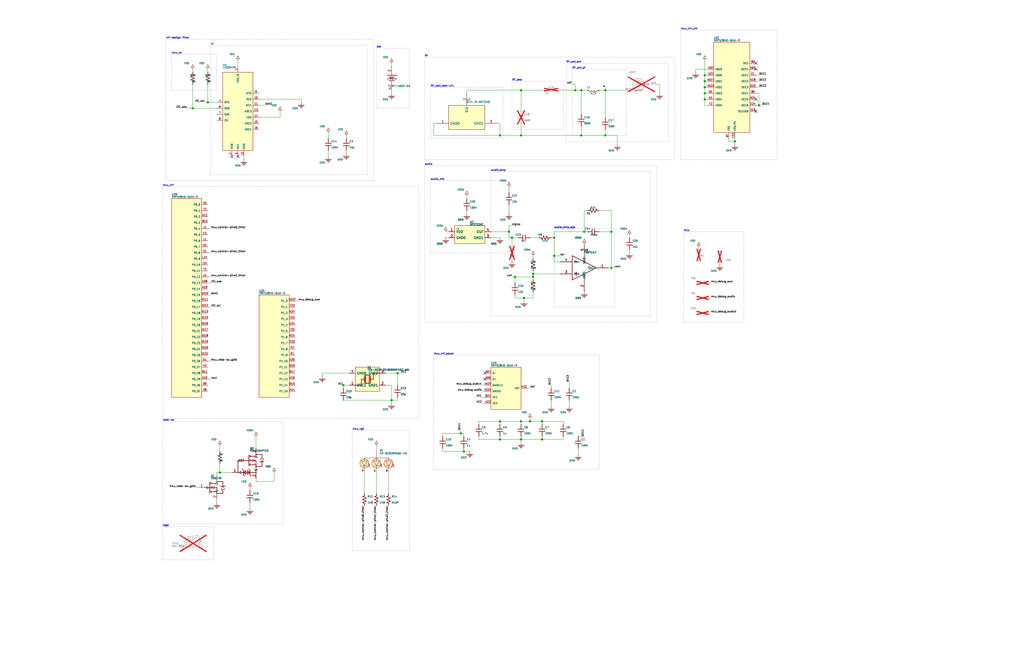
<source format=kicad_sch>
(kicad_sch (version 20230121) (generator jitx)
  (paper "B")
  (lib_symbols
    (symbol "VDDA" (power)
      (property "Reference" "#PWR" (at 35.0 60.0 0.0))
      (property "Value" "VDDA" (at -2.54 2.54 0.0))
      (symbol "VDDA_1_0"
        (pin power_in line (at 0.0 0.0 90) (length 0.0) (name "VDDA") (number "~"))
      )
    )
    (symbol "GND" (power)
      (property "Reference" "#PWR" (at 35.0 60.0 0.0))
      (property "Value" "GND" (at -2.54 -2.54 0.0))
      (symbol "GND_1_0"
        (pin power_in line (at 0.0 0.0 270) (length 0.0) (name "GND") (number "~"))
      )
    )
    (symbol "VDD" (power)
      (property "Reference" "#PWR" (at 35.0 60.0 0.0))
      (property "Value" "VDD" (at -2.54 2.54 0.0))
      (symbol "VDD_1_0"
        (pin power_in line (at 0.0 0.0 90) (length 0.0) (name "VDD") (number "~"))
      )
    )
    (symbol "capacitor_sym"
      (property "Reference" "U" (at 1.27 1.27 0.0))
      (property "Value" "capacitor_sym" (at 1.27 -1.27 0.0))
      (symbol "capacitor_sym_1_0"
        (pin unspecified line (at 0.0 2.54 270) (length 0.0) (name "1") (number "~"))
        (pin unspecified line (at 0.0 -2.54 90) (length 0.0) (name "2") (number "~"))
      )
    )
    (symbol "sym_BSS138"
      (property "Reference" "U" (at 0.0 4.54 0.0))
      (property "Value" "sym_BSS138" (at 0.0 3.54 0.0))
      (symbol "sym_BSS138_1_0"
        (pin unspecified line (at 2.54 5.08 270) (length 2.54) (name "D") (number "~"))
        (pin unspecified line (at -5.08 0.0 0) (length 2.54) (name "G") (number "~"))
        (pin unspecified line (at 2.54 -5.08 90) (length 2.54) (name "S") (number "~"))
      )
    )
    (symbol "capacitor_sym_1"
      (property "Reference" "U" (at 1.27 1.27 0.0))
      (property "Value" "capacitor_sym_1" (at 1.27 -1.27 0.0))
      (symbol "capacitor_sym_1_1_0"
        (pin unspecified line (at 0.0 2.54 270) (length 0.0) (name "1") (number "~"))
        (pin unspecified line (at 0.0 -2.54 90) (length 0.0) (name "2") (number "~"))
      )
    )
    (symbol "capacitor_sym_2"
      (property "Reference" "U" (at 1.27 1.27 0.0))
      (property "Value" "capacitor_sym_2" (at 1.27 -1.27 0.0))
      (symbol "capacitor_sym_2_1_0"
        (pin unspecified line (at 0.0 2.54 270) (length 0.0) (name "1") (number "~"))
        (pin unspecified line (at 0.0 -2.54 90) (length 0.0) (name "2") (number "~"))
      )
    )
    (symbol "capacitor_sym_3"
      (property "Reference" "U" (at 1.27 1.27 0.0))
      (property "Value" "capacitor_sym_3" (at 1.27 -1.27 0.0))
      (symbol "capacitor_sym_3_1_0"
        (pin unspecified line (at 0.0 2.54 270) (length 0.0) (name "1") (number "~"))
        (pin unspecified line (at 0.0 -2.54 90) (length 0.0) (name "2") (number "~"))
      )
    )
    (symbol "box_symbol_6L_1R_0T_0B"
      (property "Reference" "U" (at -6.35 10.252 0.0))
      (property "Value" "box_symbol_6L_1R_0T_0B" (at -6.35 9.19 0.0))
      (symbol "box_symbol_6L_1R_0T_0B_1_0"
        (pin unspecified line (at -8.89 6.35 0) (length 2.54) (name "L0") (number "~"))
        (pin unspecified line (at -8.89 3.81 0) (length 2.54) (name "L1") (number "~"))
        (pin unspecified line (at -8.89 1.27 0) (length 2.54) (name "L2") (number "~"))
        (pin unspecified line (at -8.89 -1.27 0) (length 2.54) (name "L3") (number "~"))
        (pin unspecified line (at -8.89 -3.81 0) (length 2.54) (name "L4") (number "~"))
        (pin unspecified line (at -8.89 -6.35 0) (length 2.54) (name "L5") (number "~"))
        (pin unspecified line (at 8.89 0.0 180) (length 2.54) (name "R0") (number "~"))
      )
    )
    (symbol "resistor_sym"
      (property "Reference" "U" (at 1.27 1.27 0.0))
      (property "Value" "resistor_sym" (at 1.27 -1.27 0.0))
      (symbol "resistor_sym_1_0"
        (pin unspecified line (at 0.0 2.54 270) (length 0.0) (name "1") (number "~"))
        (pin unspecified line (at 0.0 -2.54 90) (length 0.0) (name "2") (number "~"))
      )
    )
    (symbol "resistor_sym_1"
      (property "Reference" "U" (at 1.27 1.27 0.0))
      (property "Value" "resistor_sym_1" (at 1.27 -1.27 0.0))
      (symbol "resistor_sym_1_1_0"
        (pin unspecified line (at 0.0 2.54 270) (length 0.0) (name "2") (number "~"))
        (pin unspecified line (at 0.0 -2.54 90) (length 0.0) (name "1") (number "~"))
      )
    )
    (symbol "ALTIUM_POWER_ARROW"
      (property "Value" "ALTIUM_POWER_ARROW" (at 2.54 -0.508 0.0))
      (symbol "ALTIUM_POWER_ARROW_1_0"
        (pin unspecified line (at 0.0 0.0 0) (length 0.0) (name "0") (number "~"))
      )
    )
    (symbol "capacitor_sym_4"
      (property "Reference" "U" (at 1.27 1.27 0.0))
      (property "Value" "capacitor_sym_4" (at 1.27 -1.27 0.0))
      (symbol "capacitor_sym_4_1_0"
        (pin unspecified line (at 0.0 2.54 270) (length 0.0) (name "1") (number "~"))
        (pin unspecified line (at 0.0 -2.54 90) (length 0.0) (name "2") (number "~"))
      )
    )
    (symbol "capacitor_sym_5"
      (property "Reference" "U" (at 1.27 1.27 0.0))
      (property "Value" "capacitor_sym_5" (at 1.27 -1.27 0.0))
      (symbol "capacitor_sym_5_1_0"
        (pin unspecified line (at 0.0 2.54 270) (length 0.0) (name "1") (number "~"))
        (pin unspecified line (at 0.0 -2.54 90) (length 0.0) (name "2") (number "~"))
      )
    )
    (symbol "ALTIUM_POWER_GND_POWER"
      (property "Value" "ALTIUM_POWER_GND_POWER" (at 2.54 -1.016 0.0))
      (symbol "ALTIUM_POWER_GND_POWER_1_0"
        (pin unspecified line (at 0.0 0.0 0) (length 0.0) (name "0") (number "~"))
      )
    )
    (symbol "supply_sym"
      (property "Value" "supply_sym" (at -2.54 2.54 0.0))
      (symbol "supply_sym_1_0"
        (pin unspecified line (at 0.0 0.0 90) (length 0.0) (name "0") (number "~"))
      )
    )
    (symbol "ground_sym"
      (property "Value" "ground_sym" (at -2.54 -2.54 0.0))
      (symbol "ground_sym_1_0"
        (pin unspecified line (at 0.0 0.0 270) (length 0.0) (name "0") (number "~"))
      )
    )
    (symbol "capacitor_sym_6"
      (property "Reference" "U" (at 1.27 1.27 0.0))
      (property "Value" "capacitor_sym_6" (at 1.27 -1.27 0.0))
      (symbol "capacitor_sym_6_1_0"
        (pin unspecified line (at 0.0 2.54 270) (length 0.0) (name "1") (number "~"))
        (pin unspecified line (at 0.0 -2.54 90) (length 0.0) (name "2") (number "~"))
      )
    )
    (symbol "resistor_sym_2"
      (property "Reference" "U" (at 1.27 1.27 0.0))
      (property "Value" "resistor_sym_2" (at 1.27 -1.27 0.0))
      (symbol "resistor_sym_2_1_0"
        (pin unspecified line (at 0.0 2.54 270) (length 0.0) (name "2") (number "~"))
        (pin unspecified line (at 0.0 -2.54 90) (length 0.0) (name "1") (number "~"))
      )
    )
    (symbol "diode_rgb_led"
      (property "Reference" "U" (at 1.27 5.08 0.0))
      (property "Value" "diode_rgb_led" (at 1.27 3.81 0.0))
      (symbol "diode_rgb_led_1_0"
        (pin unspecified line (at 0.0 5.08 270) (length 0.0) (name "a") (number "~"))
        (pin unspecified line (at -5.08 -3.81 90) (length 0.0) (name "r") (number "~"))
        (pin unspecified line (at 0.0 -3.81 90) (length 0.0) (name "g") (number "~"))
        (pin unspecified line (at 5.08 -3.81 90) (length 0.0) (name "b") (number "~"))
        (text "R" (at -5.842 -3.048 0) (effects (font (size 0.7056 0.7056))))
        (text "G" (at -0.762 -3.048 0) (effects (font (size 0.7056 0.7056))))
        (text "B" (at 4.318 -3.048 0) (effects (font (size 0.7056 0.7056))))
      )
    )
    (symbol "capacitor_sym_7"
      (property "Reference" "U" (at 1.27 1.27 0.0))
      (property "Value" "capacitor_sym_7" (at 1.27 -1.27 0.0))
      (symbol "capacitor_sym_7_1_0"
        (pin unspecified line (at 0.0 2.54 270) (length 0.0) (name "1") (number "~"))
        (pin unspecified line (at 0.0 -2.54 90) (length 0.0) (name "2") (number "~"))
      )
    )
    (symbol "capacitor_sym_8"
      (property "Reference" "U" (at 1.27 1.27 0.0))
      (property "Value" "capacitor_sym_8" (at 1.27 -1.27 0.0))
      (symbol "capacitor_sym_8_1_0"
        (pin unspecified line (at 0.0 2.54 270) (length 0.0) (name "1") (number "~"))
        (pin unspecified line (at 0.0 -2.54 90) (length 0.0) (name "2") (number "~"))
      )
    )
    (symbol "capacitor_sym_9"
      (property "Reference" "U" (at 1.27 1.27 0.0))
      (property "Value" "capacitor_sym_9" (at 1.27 -1.27 0.0))
      (symbol "capacitor_sym_9_1_0"
        (pin unspecified line (at 0.0 2.54 270) (length 0.0) (name "1") (number "~"))
        (pin unspecified line (at 0.0 -2.54 90) (length 0.0) (name "2") (number "~"))
      )
    )
    (symbol "capacitor_sym_10"
      (property "Reference" "U" (at 1.27 1.27 0.0))
      (property "Value" "capacitor_sym_10" (at 1.27 -1.27 0.0))
      (symbol "capacitor_sym_10_1_0"
        (pin unspecified line (at 0.0 2.54 270) (length 0.0) (name "1") (number "~"))
        (pin unspecified line (at 0.0 -2.54 90) (length 0.0) (name "2") (number "~"))
      )
    )
    (symbol "test_point_sym"
      (property "Reference" "U" (at -2.54 1.905 0.0))
      (symbol "test_point_sym_1_0"
        (pin unspecified line (at 2.54 0.0 180) (length 0.0) (name "p") (number "~"))
      )
    )
    (symbol "resistor_sym_3"
      (property "Reference" "U" (at 1.27 1.27 0.0))
      (property "Value" "resistor_sym_3" (at 1.27 -1.27 0.0))
      (symbol "resistor_sym_3_1_0"
        (pin unspecified line (at 0.0 2.54 270) (length 0.0) (name "2") (number "~"))
        (pin unspecified line (at 0.0 -2.54 90) (length 0.0) (name "1") (number "~"))
      )
    )
    (symbol "capacitor_sym_11"
      (property "Reference" "U" (at 1.27 1.27 0.0))
      (property "Value" "capacitor_sym_11" (at 1.27 -1.27 0.0))
      (symbol "capacitor_sym_11_1_0"
        (pin unspecified line (at 0.0 2.54 270) (length 0.0) (name "1") (number "~"))
        (pin unspecified line (at 0.0 -2.54 90) (length 0.0) (name "2") (number "~"))
      )
    )
    (symbol "inductor_sym"
      (property "Reference" "U" (at 1.27 1.27 0.0))
      (property "Value" "inductor_sym" (at 1.27 -1.27 0.0))
      (symbol "inductor_sym_1_0"
        (pin unspecified line (at 0.0 2.54 270) (length 0.0) (name "1") (number "~"))
        (pin unspecified line (at 0.0 -2.54 90) (length 0.0) (name "2") (number "~"))
      )
    )
    (symbol "capacitor_sym_12"
      (property "Reference" "U" (at 1.27 1.27 0.0))
      (property "Value" "capacitor_sym_12" (at 1.27 -1.27 0.0))
      (symbol "capacitor_sym_12_1_0"
        (pin unspecified line (at 0.0 2.54 270) (length 0.0) (name "1") (number "~"))
        (pin unspecified line (at 0.0 -2.54 90) (length 0.0) (name "2") (number "~"))
      )
    )
    (symbol "resistor_sym_4"
      (property "Reference" "U" (at 1.27 1.27 0.0))
      (property "Value" "resistor_sym_4" (at 1.27 -1.27 0.0))
      (symbol "resistor_sym_4_1_0"
        (pin unspecified line (at 0.0 2.54 270) (length 0.0) (name "1") (number "~"))
        (pin unspecified line (at 0.0 -2.54 90) (length 0.0) (name "2") (number "~"))
      )
    )
    (symbol "sym_NTA4151PT1G"
      (property "Reference" "U" (at 0.0 7.207 0.0))
      (property "Value" "sym_NTA4151PT1G" (at 0.0 6.207 0.0))
      (symbol "sym_NTA4151PT1G_1_0"
        (pin unspecified line (at 2.54 7.62 270) (length 2.54) (name "D") (number "~"))
        (pin unspecified line (at -7.62 -2.54 0) (length 2.54) (name "G") (number "~"))
        (pin unspecified line (at 2.54 -5.08 90) (length 2.54) (name "S") (number "~"))
      )
    )
    (symbol "capacitor_sym_13"
      (property "Reference" "U" (at 1.27 1.27 0.0))
      (property "Value" "capacitor_sym_13" (at 1.27 -1.27 0.0))
      (symbol "capacitor_sym_13_1_0"
        (pin unspecified line (at 0.0 2.54 270) (length 0.0) (name "1") (number "~"))
        (pin unspecified line (at 0.0 -2.54 90) (length 0.0) (name "2") (number "~"))
      )
    )
    (symbol "inductor_sym_1"
      (property "Reference" "U" (at 1.27 1.27 0.0))
      (property "Value" "inductor_sym_1" (at 1.27 -1.27 0.0))
      (symbol "inductor_sym_1_1_0"
        (pin unspecified line (at 0.0 2.54 270) (length 0.0) (name "1") (number "~"))
        (pin unspecified line (at 0.0 -2.54 90) (length 0.0) (name "2") (number "~"))
      )
    )
    (symbol "sym_MY_1632_03"
      (property "Reference" "U" (at 0.0 4.286 0.0))
      (property "Value" "sym_MY_1632_03" (at 0.0 3.286 0.0))
      (symbol "sym_MY_1632_03_1_0"
        (pin unspecified line (at -5.08 0.0 0) (length 3.81) (name "1") (number "~"))
        (pin unspecified line (at 5.08 0.0 180) (length 3.81) (name "2") (number "~"))
      )
    )
    (symbol "resistor_sym_5"
      (property "Reference" "U" (at 1.27 1.27 0.0))
      (property "Value" "resistor_sym_5" (at 1.27 -1.27 0.0))
      (symbol "resistor_sym_5_1_0"
        (pin unspecified line (at 0.0 2.54 270) (length 0.0) (name "2") (number "~"))
        (pin unspecified line (at 0.0 -2.54 90) (length 0.0) (name "1") (number "~"))
      )
    )
    (symbol "capacitor_sym_14"
      (property "Reference" "U" (at 1.27 1.27 0.0))
      (property "Value" "capacitor_sym_14" (at 1.27 -1.27 0.0))
      (symbol "capacitor_sym_14_1_0"
        (pin unspecified line (at 0.0 2.54 270) (length 0.0) (name "1") (number "~"))
        (pin unspecified line (at 0.0 -2.54 90) (length 0.0) (name "2") (number "~"))
      )
    )
    (symbol "box_symbol_0L_16R_0T_0B"
      (property "Reference" "U" (at -6.35 22.952 0.0))
      (property "Value" "box_symbol_0L_16R_0T_0B" (at -6.35 21.89 0.0))
      (symbol "box_symbol_0L_16R_0T_0B_1_0"
        (pin unspecified line (at 8.89 19.05 180) (length 2.54) (name "R0") (number "~"))
        (pin unspecified line (at 8.89 16.51 180) (length 2.54) (name "R1") (number "~"))
        (pin unspecified line (at 8.89 13.97 180) (length 2.54) (name "R2") (number "~"))
        (pin unspecified line (at 8.89 11.43 180) (length 2.54) (name "R3") (number "~"))
        (pin unspecified line (at 8.89 8.89 180) (length 2.54) (name "R4") (number "~"))
        (pin unspecified line (at 8.89 6.35 180) (length 2.54) (name "R5") (number "~"))
        (pin unspecified line (at 8.89 3.81 180) (length 2.54) (name "R6") (number "~"))
        (pin unspecified line (at 8.89 1.27 180) (length 2.54) (name "R7") (number "~"))
        (pin unspecified line (at 8.89 -1.27 180) (length 2.54) (name "R8") (number "~"))
        (pin unspecified line (at 8.89 -3.81 180) (length 2.54) (name "R9") (number "~"))
        (pin unspecified line (at 8.89 -6.35 180) (length 2.54) (name "R10") (number "~"))
        (pin unspecified line (at 8.89 -8.89 180) (length 2.54) (name "R11") (number "~"))
        (pin unspecified line (at 8.89 -11.43 180) (length 2.54) (name "R12") (number "~"))
        (pin unspecified line (at 8.89 -13.97 180) (length 2.54) (name "R13") (number "~"))
        (pin unspecified line (at 8.89 -16.51 180) (length 2.54) (name "R14") (number "~"))
        (pin unspecified line (at 8.89 -19.05 180) (length 2.54) (name "R15") (number "~"))
      )
    )
    (symbol "capacitor_sym_15"
      (property "Reference" "U" (at 1.27 1.27 0.0))
      (property "Value" "capacitor_sym_15" (at 1.27 -1.27 0.0))
      (symbol "capacitor_sym_15_1_0"
        (pin unspecified line (at 0.0 2.54 270) (length 0.0) (name "1") (number "~"))
        (pin unspecified line (at 0.0 -2.54 90) (length 0.0) (name "2") (number "~"))
      )
    )
    (symbol "box_symbol_4L_7R_1T_3B"
      (property "Reference" "U" (at -6.35 19.142 0.0))
      (property "Value" "box_symbol_4L_7R_1T_3B" (at -6.35 18.08 0.0))
      (symbol "box_symbol_4L_7R_1T_3B_1_0"
        (pin unspecified line (at -8.89 3.81 0) (length 2.54) (name "L0") (number "~"))
        (pin unspecified line (at -8.89 1.27 0) (length 2.54) (name "L1") (number "~"))
        (pin unspecified line (at -8.89 -1.27 0) (length 2.54) (name "L2") (number "~"))
        (pin unspecified line (at -8.89 -3.81 0) (length 2.54) (name "L3") (number "~"))
        (pin unspecified line (at 8.89 7.62 180) (length 2.54) (name "R0") (number "~"))
        (pin unspecified line (at 8.89 5.08 180) (length 2.54) (name "R1") (number "~"))
        (pin unspecified line (at 8.89 2.54 180) (length 2.54) (name "R2") (number "~"))
        (pin unspecified line (at 8.89 0.0 180) (length 2.54) (name "R3") (number "~"))
        (pin unspecified line (at 8.89 -2.54 180) (length 2.54) (name "R4") (number "~"))
        (pin unspecified line (at 8.89 -5.08 180) (length 2.54) (name "R5") (number "~"))
        (pin unspecified line (at 8.89 -7.62 180) (length 2.54) (name "R6") (number "~"))
        (pin unspecified line (at 0.0 19.05 270) (length 2.54) (name "T0") (number "~"))
        (pin unspecified line (at -2.54 -19.05 90) (length 2.54) (name "B0") (number "~"))
        (pin unspecified line (at 0.0 -19.05 90) (length 2.54) (name "B1") (number "~"))
        (pin unspecified line (at 2.54 -19.05 90) (length 2.54) (name "B2") (number "~"))
      )
    )
    (symbol "capacitor_sym_16"
      (property "Reference" "U" (at 1.27 1.27 0.0))
      (property "Value" "capacitor_sym_16" (at 1.27 -1.27 0.0))
      (symbol "capacitor_sym_16_1_0"
        (pin unspecified line (at 0.0 2.54 270) (length 0.0) (name "1") (number "~"))
        (pin unspecified line (at 0.0 -2.54 90) (length 0.0) (name "2") (number "~"))
      )
    )
    (symbol "resistor_sym_6"
      (property "Reference" "U" (at 1.27 1.27 0.0))
      (property "Value" "resistor_sym_6" (at 1.27 -1.27 0.0))
      (symbol "resistor_sym_6_1_0"
        (pin unspecified line (at 0.0 2.54 270) (length 0.0) (name "2") (number "~"))
        (pin unspecified line (at 0.0 -2.54 90) (length 0.0) (name "1") (number "~"))
      )
    )
    (symbol "resistor_sym_7"
      (property "Reference" "U" (at 1.27 1.27 0.0))
      (property "Value" "resistor_sym_7" (at 1.27 -1.27 0.0))
      (symbol "resistor_sym_7_1_0"
        (pin unspecified line (at 0.0 2.54 270) (length 0.0) (name "2") (number "~"))
        (pin unspecified line (at 0.0 -2.54 90) (length 0.0) (name "1") (number "~"))
      )
    )
    (symbol "sym_U_FL_R_SMT_10_"
      (property "Reference" "U" (at 0.0 9.62 0.0))
      (property "Value" "sym_U_FL_R_SMT_10_" (at 0.0 8.62 0.0))
      (symbol "sym_U_FL_R_SMT_10__1_0"
        (pin unspecified line (at -12.7 0.0 0) (length 5.08) (name "GND0") (number "~"))
        (pin unspecified line (at 0.0 12.7 270) (length 5.08) (name "SIG") (number "~"))
        (pin unspecified line (at 12.7 0.0 180) (length 5.08) (name "GND1") (number "~"))
      )
    )
    (symbol "box_symbol_0L_32R_0T_0B"
      (property "Reference" "U" (at -6.35 43.272 0.0))
      (property "Value" "box_symbol_0L_32R_0T_0B" (at -6.35 42.21 0.0))
      (symbol "box_symbol_0L_32R_0T_0B_1_0"
        (pin unspecified line (at 8.89 39.37 180) (length 2.54) (name "R0") (number "~"))
        (pin unspecified line (at 8.89 36.83 180) (length 2.54) (name "R1") (number "~"))
        (pin unspecified line (at 8.89 34.29 180) (length 2.54) (name "R2") (number "~"))
        (pin unspecified line (at 8.89 31.75 180) (length 2.54) (name "R3") (number "~"))
        (pin unspecified line (at 8.89 29.21 180) (length 2.54) (name "R4") (number "~"))
        (pin unspecified line (at 8.89 26.67 180) (length 2.54) (name "R5") (number "~"))
        (pin unspecified line (at 8.89 24.13 180) (length 2.54) (name "R6") (number "~"))
        (pin unspecified line (at 8.89 21.59 180) (length 2.54) (name "R7") (number "~"))
        (pin unspecified line (at 8.89 19.05 180) (length 2.54) (name "R8") (number "~"))
        (pin unspecified line (at 8.89 16.51 180) (length 2.54) (name "R9") (number "~"))
        (pin unspecified line (at 8.89 13.97 180) (length 2.54) (name "R10") (number "~"))
        (pin unspecified line (at 8.89 11.43 180) (length 2.54) (name "R11") (number "~"))
        (pin unspecified line (at 8.89 8.89 180) (length 2.54) (name "R12") (number "~"))
        (pin unspecified line (at 8.89 6.35 180) (length 2.54) (name "R13") (number "~"))
        (pin unspecified line (at 8.89 3.81 180) (length 2.54) (name "R14") (number "~"))
        (pin unspecified line (at 8.89 1.27 180) (length 2.54) (name "R15") (number "~"))
        (pin unspecified line (at 8.89 -1.27 180) (length 2.54) (name "R16") (number "~"))
        (pin unspecified line (at 8.89 -3.81 180) (length 2.54) (name "R17") (number "~"))
        (pin unspecified line (at 8.89 -6.35 180) (length 2.54) (name "R18") (number "~"))
        (pin unspecified line (at 8.89 -8.89 180) (length 2.54) (name "R19") (number "~"))
        (pin unspecified line (at 8.89 -11.43 180) (length 2.54) (name "R20") (number "~"))
        (pin unspecified line (at 8.89 -13.97 180) (length 2.54) (name "R21") (number "~"))
        (pin unspecified line (at 8.89 -16.51 180) (length 2.54) (name "R22") (number "~"))
        (pin unspecified line (at 8.89 -19.05 180) (length 2.54) (name "R23") (number "~"))
        (pin unspecified line (at 8.89 -21.59 180) (length 2.54) (name "R24") (number "~"))
        (pin unspecified line (at 8.89 -24.13 180) (length 2.54) (name "R25") (number "~"))
        (pin unspecified line (at 8.89 -26.67 180) (length 2.54) (name "R26") (number "~"))
        (pin unspecified line (at 8.89 -29.21 180) (length 2.54) (name "R27") (number "~"))
        (pin unspecified line (at 8.89 -31.75 180) (length 2.54) (name "R28") (number "~"))
        (pin unspecified line (at 8.89 -34.29 180) (length 2.54) (name "R29") (number "~"))
        (pin unspecified line (at 8.89 -36.83 180) (length 2.54) (name "R30") (number "~"))
        (pin unspecified line (at 8.89 -39.37 180) (length 2.54) (name "R31") (number "~"))
      )
    )
    (symbol "capacitor_sym_17"
      (property "Reference" "U" (at 1.27 1.27 0.0))
      (property "Value" "capacitor_sym_17" (at 1.27 -1.27 0.0))
      (symbol "capacitor_sym_17_1_0"
        (pin unspecified line (at 0.0 2.54 270) (length 0.0) (name "1") (number "~"))
        (pin unspecified line (at 0.0 -2.54 90) (length 0.0) (name "2") (number "~"))
      )
    )
    (symbol "sym_TS971ILT"
      (property "Reference" "U" (at 0.0 7.08 0.0))
      (property "Value" "sym_TS971ILT" (at 0.0 6.08 0.0))
      (symbol "sym_TS971ILT_1_0"
        (pin unspecified line (at 10.16 0.0 180) (length 5.08) (name "OUT") (number "~"))
        (pin unspecified line (at 0.0 10.16 270) (length 5.08) (name "VCC") (number "~"))
        (pin unspecified line (at -10.16 2.54 0) (length 5.08) (name "IN-") (number "~"))
        (pin unspecified line (at -10.16 -2.54 0) (length 5.08) (name "IN+") (number "~"))
        (pin unspecified line (at 0.0 -10.16 90) (length 5.08) (name "VDD") (number "~"))
      )
    )
    (symbol "sym_AP3722AT"
      (property "Reference" "U" (at 0.0 4.921 0.0))
      (property "Value" "sym_AP3722AT" (at 0.0 3.921 0.0))
      (symbol "sym_AP3722AT_1_0"
        (pin unspecified line (at -8.89 1.27 0) (length 2.54) (name "VDD") (number "~"))
        (pin unspecified line (at -8.89 -1.27 0) (length 2.54) (name "GND0") (number "~"))
        (pin unspecified line (at 8.89 -1.27 180) (length 2.54) (name "GND1") (number "~"))
        (pin unspecified line (at 8.89 1.27 180) (length 2.54) (name "OUT") (number "~"))
      )
    )
    (symbol "capacitor_sym_18"
      (property "Reference" "U" (at 1.27 1.27 0.0))
      (property "Value" "capacitor_sym_18" (at 1.27 -1.27 0.0))
      (symbol "capacitor_sym_18_1_0"
        (pin unspecified line (at 0.0 2.54 270) (length 0.0) (name "1") (number "~"))
        (pin unspecified line (at 0.0 -2.54 90) (length 0.0) (name "2") (number "~"))
      )
    )
    (symbol "resistor_sym_8"
      (property "Reference" "U" (at 1.27 1.27 0.0))
      (property "Value" "resistor_sym_8" (at 1.27 -1.27 0.0))
      (symbol "resistor_sym_8_1_0"
        (pin unspecified line (at 0.0 2.54 270) (length 0.0) (name "2") (number "~"))
        (pin unspecified line (at 0.0 -2.54 90) (length 0.0) (name "1") (number "~"))
      )
    )
    (symbol "JITX_symbol"
      (property "Reference" "U" (at -2.54 3.902 0.0))
      (property "Value" "JITX_symbol" (at -2.54 2.84 0.0))
    )
    (symbol "capacitor_sym_19"
      (property "Reference" "U" (at 1.27 1.27 0.0))
      (property "Value" "capacitor_sym_19" (at 1.27 -1.27 0.0))
      (symbol "capacitor_sym_19_1_0"
        (pin unspecified line (at 0.0 2.54 270) (length 0.0) (name "1") (number "~"))
        (pin unspecified line (at 0.0 -2.54 90) (length 0.0) (name "2") (number "~"))
      )
    )
    (symbol "antenna_symbol"
      (property "Reference" "U" (at -3.81 5.08 0.0))
      (property "Value" "antenna_symbol" (at -3.81 3.81 0.0))
      (symbol "antenna_symbol_1_0"
        (pin unspecified line (at -5.08 -2.54 0) (length 2.54) (name "1") (number "~"))
        (pin unspecified line (at 7.62 0.0 180) (length 2.54) (name "2") (number "~"))
      )
    )
    (symbol "capacitor_sym_20"
      (property "Reference" "U" (at 1.27 1.27 0.0))
      (property "Value" "capacitor_sym_20" (at 1.27 -1.27 0.0))
      (symbol "capacitor_sym_20_1_0"
        (pin unspecified line (at 0.0 2.54 270) (length 0.0) (name "1") (number "~"))
        (pin unspecified line (at 0.0 -2.54 90) (length 0.0) (name "2") (number "~"))
      )
    )
    (symbol "capacitor_sym_21"
      (property "Reference" "U" (at 1.27 1.27 0.0))
      (property "Value" "capacitor_sym_21" (at 1.27 -1.27 0.0))
      (symbol "capacitor_sym_21_1_0"
        (pin unspecified line (at 0.0 2.54 270) (length 0.0) (name "1") (number "~"))
        (pin unspecified line (at 0.0 -2.54 90) (length 0.0) (name "2") (number "~"))
      )
    )
    (symbol "sym_TSX_3225_32_0000MF10Z_W6"
      (property "Reference" "U" (at 0.0 4.54 0.0))
      (property "Value" "sym_TSX_3225_32_0000MF10Z_W6" (at 0.0 3.54 0.0))
      (symbol "sym_TSX_3225_32_0000MF10Z_W6_1_0"
        (pin unspecified line (at -7.62 2.54 0) (length 2.54) (name "GND0") (number "~"))
        (pin unspecified line (at 7.62 -2.54 180) (length 2.54) (name "GND1") (number "~"))
        (pin unspecified line (at -7.62 -2.54 0) (length 2.54) (name "OSC1") (number "~"))
        (pin unspecified line (at 7.62 2.54 180) (length 2.54) (name "OSC2") (number "~"))
      )
    )
    (symbol "resistor_sym_9"
      (property "Reference" "U" (at 1.27 1.27 0.0))
      (property "Value" "resistor_sym_9" (at 1.27 -1.27 0.0))
      (symbol "resistor_sym_9_1_0"
        (pin unspecified line (at 0.0 2.54 270) (length 0.0) (name "2") (number "~"))
        (pin unspecified line (at 0.0 -2.54 90) (length 0.0) (name "1") (number "~"))
      )
    )
    (symbol "box_symbol_7L_9R_0T_2B"
      (property "Reference" "U" (at -7.62 20.412 0.0))
      (property "Value" "box_symbol_7L_9R_0T_2B" (at -7.62 19.35 0.0))
      (symbol "box_symbol_7L_9R_0T_2B_1_0"
        (pin unspecified line (at -10.16 7.62 0) (length 2.54) (name "L0") (number "~"))
        (pin unspecified line (at -10.16 5.08 0) (length 2.54) (name "L1") (number "~"))
        (pin unspecified line (at -10.16 2.54 0) (length 2.54) (name "L2") (number "~"))
        (pin unspecified line (at -10.16 0.0 0) (length 2.54) (name "L3") (number "~"))
        (pin unspecified line (at -10.16 -2.54 0) (length 2.54) (name "L4") (number "~"))
        (pin unspecified line (at -10.16 -5.08 0) (length 2.54) (name "L5") (number "~"))
        (pin unspecified line (at -10.16 -7.62 0) (length 2.54) (name "L6") (number "~"))
        (pin unspecified line (at 10.16 10.16 180) (length 2.54) (name "R0") (number "~"))
        (pin unspecified line (at 10.16 7.62 180) (length 2.54) (name "R1") (number "~"))
        (pin unspecified line (at 10.16 5.08 180) (length 2.54) (name "R2") (number "~"))
        (pin unspecified line (at 10.16 2.54 180) (length 2.54) (name "R3") (number "~"))
        (pin unspecified line (at 10.16 0.0 180) (length 2.54) (name "R4") (number "~"))
        (pin unspecified line (at 10.16 -2.54 180) (length 2.54) (name "R5") (number "~"))
        (pin unspecified line (at 10.16 -5.08 180) (length 2.54) (name "R6") (number "~"))
        (pin unspecified line (at 10.16 -7.62 180) (length 2.54) (name "R7") (number "~"))
        (pin unspecified line (at 10.16 -10.16 180) (length 2.54) (name "R8") (number "~"))
        (pin unspecified line (at -1.27 -21.59 90) (length 2.54) (name "B0") (number "~"))
        (pin unspecified line (at 1.27 -21.59 90) (length 2.54) (name "B1") (number "~"))
      )
    )
    (symbol "capacitor_sym_22"
      (property "Reference" "U" (at 1.27 1.27 0.0))
      (property "Value" "capacitor_sym_22" (at 1.27 -1.27 0.0))
      (symbol "capacitor_sym_22_1_0"
        (pin unspecified line (at 0.0 2.54 270) (length 0.0) (name "1") (number "~"))
        (pin unspecified line (at 0.0 -2.54 90) (length 0.0) (name "2") (number "~"))
      )
    )
    (symbol "capacitor_sym_23"
      (property "Reference" "U" (at 1.27 1.27 0.0))
      (property "Value" "capacitor_sym_23" (at 1.27 -1.27 0.0))
      (symbol "capacitor_sym_23_1_0"
        (pin unspecified line (at 0.0 2.54 270) (length 0.0) (name "1") (number "~"))
        (pin unspecified line (at 0.0 -2.54 90) (length 0.0) (name "2") (number "~"))
      )
    )
    (symbol "XCVR_NRF52840_QIAA_R"
      (property "Reference" "U" (at -6.35 22.952 0.0))
      (property "Value" "XCVR_NRF52840_QIAA_R" (at -6.35 21.89 0.0))
      (symbol "XCVR_NRF52840_QIAA_R_1_0"
        (pin unspecified line (at 8.89 19.05 180) (length 2.54) (name "P1_0") (number "AD22"))
        (pin unspecified line (at 8.89 16.51 180) (length 2.54) (name "P1_1") (number "Y23"))
        (pin unspecified line (at 8.89 13.97 180) (length 2.54) (name "P1_2") (number "W24"))
        (pin unspecified line (at 8.89 11.43 180) (length 2.54) (name "P1_3") (number "V23"))
        (pin unspecified line (at 8.89 8.89 180) (length 2.54) (name "P1_4") (number "U24"))
        (pin unspecified line (at 8.89 6.35 180) (length 2.54) (name "P1_5") (number "T23"))
        (pin unspecified line (at 8.89 3.81 180) (length 2.54) (name "P1_6") (number "R24"))
        (pin unspecified line (at 8.89 1.27 180) (length 2.54) (name "P1_7") (number "P23"))
        (pin unspecified line (at 8.89 -1.27 180) (length 2.54) (name "P1_8") (number "P2"))
        (pin unspecified line (at 8.89 -3.81 180) (length 2.54) (name "P1_9") (number "R1"))
        (pin unspecified line (at 8.89 -6.35 180) (length 2.54) (name "P1_10") (number "A20"))
        (pin unspecified line (at 8.89 -8.89 180) (length 2.54) (name "P1_11") (number "B19"))
        (pin unspecified line (at 8.89 -11.43 180) (length 2.54) (name "P1_12") (number "B17"))
        (pin unspecified line (at 8.89 -13.97 180) (length 2.54) (name "P1_13") (number "A16"))
        (pin unspecified line (at 8.89 -16.51 180) (length 2.54) (name "P1_14") (number "B15"))
        (pin unspecified line (at 8.89 -19.05 180) (length 2.54) (name "P1_15") (number "A14"))
      )
      (symbol "XCVR_NRF52840_QIAA_R_2_0"
        (pin unspecified line (at 8.89 39.37 180) (length 2.54) (name "P0_0") (number "D2"))
        (pin unspecified line (at 8.89 36.83 180) (length 2.54) (name "P0_1") (number "F2"))
        (pin unspecified line (at 8.89 34.29 180) (length 2.54) (name "P0_2") (number "A12"))
        (pin unspecified line (at 8.89 31.75 180) (length 2.54) (name "P0_3") (number "B13"))
        (pin unspecified line (at 8.89 29.21 180) (length 2.54) (name "P0_4") (number "J1"))
        (pin unspecified line (at 8.89 26.67 180) (length 2.54) (name "P0_5") (number "K2"))
        (pin unspecified line (at 8.89 24.13 180) (length 2.54) (name "P0_6") (number "L1"))
        (pin unspecified line (at 8.89 21.59 180) (length 2.54) (name "P0_7") (number "M2"))
        (pin unspecified line (at 8.89 19.05 180) (length 2.54) (name "P0_8") (number "N1"))
        (pin unspecified line (at 8.89 16.51 180) (length 2.54) (name "P0_9") (number "L24"))
        (pin unspecified line (at 8.89 13.97 180) (length 2.54) (name "P0_10") (number "J24"))
        (pin unspecified line (at 8.89 11.43 180) (length 2.54) (name "P0_11") (number "T2"))
        (pin unspecified line (at 8.89 8.89 180) (length 2.54) (name "P0_12") (number "U1"))
        (pin unspecified line (at 8.89 6.35 180) (length 2.54) (name "P0_13") (number "AD8"))
        (pin unspecified line (at 8.89 3.81 180) (length 2.54) (name "P0_14") (number "AC9"))
        (pin unspecified line (at 8.89 1.27 180) (length 2.54) (name "P0_15") (number "AD10"))
        (pin unspecified line (at 8.89 -1.27 180) (length 2.54) (name "P0_16") (number "AC11"))
        (pin unspecified line (at 8.89 -3.81 180) (length 2.54) (name "P0_17") (number "AD12"))
        (pin unspecified line (at 8.89 -6.35 180) (length 2.54) (name "P0_18") (number "AC13"))
        (pin unspecified line (at 8.89 -8.89 180) (length 2.54) (name "P0_19") (number "AC15"))
        (pin unspecified line (at 8.89 -11.43 180) (length 2.54) (name "P0_20") (number "AD16"))
        (pin unspecified line (at 8.89 -13.97 180) (length 2.54) (name "P0_21") (number "AC17"))
        (pin unspecified line (at 8.89 -16.51 180) (length 2.54) (name "P0_22") (number "AD18"))
        (pin unspecified line (at 8.89 -19.05 180) (length 2.54) (name "P0_23") (number "AC19"))
        (pin unspecified line (at 8.89 -21.59 180) (length 2.54) (name "P0_24") (number "AD20"))
        (pin unspecified line (at 8.89 -24.13 180) (length 2.54) (name "P0_25") (number "AC21"))
        (pin unspecified line (at 8.89 -26.67 180) (length 2.54) (name "P0_26") (number "G1"))
        (pin unspecified line (at 8.89 -29.21 180) (length 2.54) (name "P0_27") (number "H2"))
        (pin unspecified line (at 8.89 -31.75 180) (length 2.54) (name "P0_28") (number "B11"))
        (pin unspecified line (at 8.89 -34.29 180) (length 2.54) (name "P0_29") (number "A10"))
        (pin unspecified line (at 8.89 -36.83 180) (length 2.54) (name "P0_30") (number "B9"))
        (pin unspecified line (at 8.89 -39.37 180) (length 2.54) (name "P0_31") (number "A8"))
      )
      (symbol "XCVR_NRF52840_QIAA_R_3_0"
        (pin unspecified line (at -10.16 7.62 0) (length 2.54) (name "VBUS") (number "AD2"))
        (pin unspecified line (at -10.16 5.08 0) (length 2.54) (name "VDD0") (number "A22"))
        (pin unspecified line (at -10.16 2.54 0) (length 2.54) (name "VDD1") (number "AD14"))
        (pin unspecified line (at -10.16 0.0 0) (length 2.54) (name "VDD2") (number "AD23"))
        (pin unspecified line (at -10.16 -2.54 0) (length 2.54) (name "VDD3") (number "B1"))
        (pin unspecified line (at -10.16 -5.08 0) (length 2.54) (name "VDD4") (number "W1"))
        (pin unspecified line (at -10.16 -7.62 0) (length 2.54) (name "VDDH") (number "Y2"))
        (pin unspecified line (at 10.16 10.16 180) (length 2.54) (name "DCC") (number "B3"))
        (pin unspecified line (at 10.16 7.62 180) (length 2.54) (name "DCCH") (number "AB2"))
        (pin unspecified line (at 10.16 5.08 180) (length 2.54) (name "DEC1") (number "C1"))
        (pin unspecified line (at 10.16 2.54 180) (length 2.54) (name "DEC2") (number "A18"))
        (pin unspecified line (at 10.16 0.0 180) (length 2.54) (name "DEC3") (number "D23"))
        (pin unspecified line (at 10.16 -2.54 180) (length 2.54) (name "DEC4") (number "B5"))
        (pin unspecified line (at 10.16 -5.08 180) (length 2.54) (name "DEC5") (number "N24"))
        (pin unspecified line (at 10.16 -7.62 180) (length 2.54) (name "DEC6") (number "E24"))
        (pin unspecified line (at 10.16 -10.16 180) (length 2.54) (name "DECUSB") (number "AC5"))
        (pin unspecified line (at -1.27 -21.59 90) (length 2.54) (name "VSS") (number "B7"))
        (pin unspecified line (at -1.27 -21.59 90) (length 0.0) (name "VSS") (number "74"))
        (pin unspecified line (at 1.27 -21.59 90) (length 2.54) (name "VSS_PA") (number "F23"))
      )
      (symbol "XCVR_NRF52840_QIAA_R_4_0"
        (pin unspecified line (at -8.89 6.35 0) (length 2.54) (name "D-") (number "AD4"))
        (pin unspecified line (at -8.89 3.81 0) (length 2.54) (name "D+") (number "AD6"))
        (pin unspecified line (at -8.89 1.27 0) (length 2.54) (name "SWDCLK") (number "AA24"))
        (pin unspecified line (at -8.89 -1.27 0) (length 2.54) (name "SWDIO") (number "AC24"))
        (pin unspecified line (at -8.89 -3.81 0) (length 2.54) (name "XC1") (number "B24"))
        (pin unspecified line (at -8.89 -6.35 0) (length 2.54) (name "XC2") (number "A23"))
        (pin unspecified line (at 8.89 0.0 180) (length 2.54) (name "ANT") (number "H23"))
      )
    )
    (symbol "C107372"
      (property "Reference" "C" (at 1.27 1.27 0.0))
      (property "Value" "C107372" (at 1.27 -1.27 0.0))
      (symbol "C107372_1_0"
        (pin unspecified line (at 0.0 2.54 270) (length 0.0) (name "1") (number "1"))
        (pin unspecified line (at 0.0 -2.54 90) (length 0.0) (name "2") (number "2"))
      )
    )
    (symbol "my_capacitor"
      (property "Reference" "C" (at 1.27 1.27 0.0))
      (property "Value" "my_capacitor" (at 1.27 -1.27 0.0))
      (symbol "my_capacitor_1_0"
        (pin unspecified line (at 0.0 2.54 270) (length 0.0) (name "1") (number "1"))
        (pin unspecified line (at 0.0 -2.54 90) (length 0.0) (name "2") (number "2"))
      )
    )
    (symbol "my_resistor"
      (property "Reference" "R" (at 1.27 1.27 0.0))
      (property "Value" "my_resistor" (at 1.27 -1.27 0.0))
      (symbol "my_resistor_1_0"
        (pin unspecified line (at 0.0 2.54 270) (length 0.0) (name "1") (number "1"))
        (pin unspecified line (at 0.0 -2.54 90) (length 0.0) (name "2") (number "2"))
      )
    )
    (symbol "C60485"
      (property "Reference" "R" (at 1.27 1.27 0.0))
      (property "Value" "C60485" (at 1.27 -1.27 0.0))
      (symbol "C60485_1_0"
        (pin unspecified line (at 0.0 2.54 270) (length 0.0) (name "2") (number "2"))
        (pin unspecified line (at 0.0 -2.54 90) (length 0.0) (name "1") (number "1"))
      )
    )
    (symbol "BSS138"
      (property "Reference" "Q" (at 0.0 4.54 0.0))
      (property "Value" "BSS138" (at 0.0 3.54 0.0))
      (symbol "BSS138_1_0"
        (pin unspecified line (at 2.54 5.08 270) (length 2.54) (name "D") (number "3"))
        (pin unspecified line (at -5.08 0.0 0) (length 2.54) (name "G") (number "1"))
        (pin unspecified line (at 2.54 -5.08 90) (length 2.54) (name "S") (number "2"))
      )
    )
    (symbol "my_capacitor_1"
      (property "Reference" "C" (at 1.27 1.27 0.0))
      (property "Value" "my_capacitor_1" (at 1.27 -1.27 0.0))
      (symbol "my_capacitor_1_1_0"
        (pin unspecified line (at 0.0 2.54 270) (length 0.0) (name "1") (number "1"))
        (pin unspecified line (at 0.0 -2.54 90) (length 0.0) (name "2") (number "2"))
      )
    )
    (symbol "my_capacitor_2"
      (property "Reference" "C" (at 1.27 1.27 0.0))
      (property "Value" "my_capacitor_2" (at 1.27 -1.27 0.0))
      (symbol "my_capacitor_2_1_0"
        (pin unspecified line (at 0.0 2.54 270) (length 0.0) (name "1") (number "1"))
        (pin unspecified line (at 0.0 -2.54 90) (length 0.0) (name "2") (number "2"))
      )
    )
    (symbol "my_capacitor_3"
      (property "Reference" "C" (at 1.27 1.27 0.0))
      (property "Value" "my_capacitor_3" (at 1.27 -1.27 0.0))
      (symbol "my_capacitor_3_1_0"
        (pin unspecified line (at 0.0 2.54 270) (length 0.0) (name "1") (number "1"))
        (pin unspecified line (at 0.0 -2.54 90) (length 0.0) (name "2") (number "2"))
      )
    )
    (symbol "C93949"
      (property "Reference" "R" (at 1.27 1.27 0.0))
      (property "Value" "C93949" (at 1.27 -1.27 0.0))
      (symbol "C93949_1_0"
        (pin unspecified line (at 0.0 2.54 270) (length 0.0) (name "2") (number "2"))
        (pin unspecified line (at 0.0 -2.54 90) (length 0.0) (name "1") (number "1"))
      )
    )
    (symbol "C107372_1"
      (property "Reference" "C" (at 1.27 1.27 0.0))
      (property "Value" "C107372_1" (at 1.27 -1.27 0.0))
      (symbol "C107372_1_1_0"
        (pin unspecified line (at 0.0 2.54 270) (length 0.0) (name "1") (number "1"))
        (pin unspecified line (at 0.0 -2.54 90) (length 0.0) (name "2") (number "2"))
      )
    )
    (symbol "my_capacitor_4"
      (property "Reference" "C" (at 1.27 1.27 0.0))
      (property "Value" "my_capacitor_4" (at 1.27 -1.27 0.0))
      (symbol "my_capacitor_4_1_0"
        (pin unspecified line (at 0.0 2.54 270) (length 0.0) (name "1") (number "1"))
        (pin unspecified line (at 0.0 -2.54 90) (length 0.0) (name "2") (number "2"))
      )
    )
    (symbol "my_capacitor_5"
      (property "Reference" "C" (at 1.27 1.27 0.0))
      (property "Value" "my_capacitor_5" (at 1.27 -1.27 0.0))
      (symbol "my_capacitor_5_1_0"
        (pin unspecified line (at 0.0 2.54 270) (length 0.0) (name "1") (number "1"))
        (pin unspecified line (at 0.0 -2.54 90) (length 0.0) (name "2") (number "2"))
      )
    )
    (symbol "C107372_2"
      (property "Reference" "C" (at 1.27 1.27 0.0))
      (property "Value" "C107372_2" (at 1.27 -1.27 0.0))
      (symbol "C107372_2_1_0"
        (pin unspecified line (at 0.0 2.54 270) (length 0.0) (name "1") (number "1"))
        (pin unspecified line (at 0.0 -2.54 90) (length 0.0) (name "2") (number "2"))
      )
    )
    (symbol "smd_testpoint_cmp"
      (property "Reference" "TP" (at -2.54 1.905 0.0))
      (symbol "smd_testpoint_cmp_1_0"
        (pin unspecified line (at 2.54 0.0 180) (length 0.0) (name "p") (number "p"))
      )
    )
    (symbol "C113298"
      (property "Reference" "R" (at 1.27 1.27 0.0))
      (property "Value" "C113298" (at 1.27 -1.27 0.0))
      (symbol "C113298_1_0"
        (pin unspecified line (at 0.0 2.54 270) (length 0.0) (name "2") (number "2"))
        (pin unspecified line (at 0.0 -2.54 90) (length 0.0) (name "1") (number "1"))
      )
    )
    (symbol "my_capacitor_6"
      (property "Reference" "C" (at 1.27 1.27 0.0))
      (property "Value" "my_capacitor_6" (at 1.27 -1.27 0.0))
      (symbol "my_capacitor_6_1_0"
        (pin unspecified line (at 0.0 2.54 270) (length 0.0) (name "1") (number "1"))
        (pin unspecified line (at 0.0 -2.54 90) (length 0.0) (name "2") (number "2"))
      )
    )
    (symbol "my_inductor"
      (property "Reference" "L" (at 1.27 1.27 0.0))
      (property "Value" "my_inductor" (at 1.27 -1.27 0.0))
      (symbol "my_inductor_1_0"
        (pin unspecified line (at 0.0 2.54 270) (length 0.0) (name "1") (number "1"))
        (pin unspecified line (at 0.0 -2.54 90) (length 0.0) (name "2") (number "2"))
      )
    )
    (symbol "my_capacitor_7"
      (property "Reference" "C" (at 1.27 1.27 0.0))
      (property "Value" "my_capacitor_7" (at 1.27 -1.27 0.0))
      (symbol "my_capacitor_7_1_0"
        (pin unspecified line (at 0.0 2.54 270) (length 0.0) (name "1") (number "1"))
        (pin unspecified line (at 0.0 -2.54 90) (length 0.0) (name "2") (number "2"))
      )
    )
    (symbol "my_resistor_1"
      (property "Reference" "R" (at 1.27 1.27 0.0))
      (property "Value" "my_resistor_1" (at 1.27 -1.27 0.0))
      (symbol "my_resistor_1_1_0"
        (pin unspecified line (at 0.0 2.54 270) (length 0.0) (name "1") (number "1"))
        (pin unspecified line (at 0.0 -2.54 90) (length 0.0) (name "2") (number "2"))
      )
    )
    (symbol "C16210"
      (property "Reference" "C" (at 1.27 1.27 0.0))
      (property "Value" "C16210" (at 1.27 -1.27 0.0))
      (symbol "C16210_1_0"
        (pin unspecified line (at 0.0 2.54 270) (length 0.0) (name "1") (number "1"))
        (pin unspecified line (at 0.0 -2.54 90) (length 0.0) (name "2") (number "2"))
      )
    )
    (symbol "my_inductor_1"
      (property "Reference" "L" (at 1.27 1.27 0.0))
      (property "Value" "my_inductor_1" (at 1.27 -1.27 0.0))
      (symbol "my_inductor_1_1_0"
        (pin unspecified line (at 0.0 2.54 270) (length 0.0) (name "1") (number "1"))
        (pin unspecified line (at 0.0 -2.54 90) (length 0.0) (name "2") (number "2"))
      )
    )
    (symbol "NTA4151PT1G"
      (property "Reference" "Q" (at 0.0 7.207 0.0))
      (property "Value" "NTA4151PT1G" (at 0.0 6.207 0.0))
      (symbol "NTA4151PT1G_1_0"
        (pin unspecified line (at 2.54 7.62 270) (length 2.54) (name "D") (number "3"))
        (pin unspecified line (at -7.62 -2.54 0) (length 2.54) (name "G") (number "1"))
        (pin unspecified line (at 2.54 -5.08 90) (length 2.54) (name "S") (number "2"))
      )
    )
    (symbol "C113298_1"
      (property "Reference" "R" (at 1.27 1.27 0.0))
      (property "Value" "C113298_1" (at 1.27 -1.27 0.0))
      (symbol "C113298_1_1_0"
        (pin unspecified line (at 0.0 2.54 270) (length 0.0) (name "2") (number "2"))
        (pin unspecified line (at 0.0 -2.54 90) (length 0.0) (name "1") (number "1"))
      )
    )
    (symbol "my_capacitor_8"
      (property "Reference" "C" (at 1.27 1.27 0.0))
      (property "Value" "my_capacitor_8" (at 1.27 -1.27 0.0))
      (symbol "my_capacitor_8_1_0"
        (pin unspecified line (at 0.0 2.54 270) (length 0.0) (name "1") (number "1"))
        (pin unspecified line (at 0.0 -2.54 90) (length 0.0) (name "2") (number "2"))
      )
    )
    (symbol "my_capacitor_9"
      (property "Reference" "C" (at 1.27 1.27 0.0))
      (property "Value" "my_capacitor_9" (at 1.27 -1.27 0.0))
      (symbol "my_capacitor_9_1_0"
        (pin unspecified line (at 0.0 2.54 270) (length 0.0) (name "1") (number "1"))
        (pin unspecified line (at 0.0 -2.54 90) (length 0.0) (name "2") (number "2"))
      )
    )
    (symbol "MY_1632_03"
      (property "Reference" "J" (at 0.0 4.286 0.0))
      (property "Value" "MY_1632_03" (at 0.0 3.286 0.0))
      (symbol "MY_1632_03_1_0"
        (pin unspecified line (at -5.08 0.0 0) (length 3.81) (name "1") (number "3"))
        (pin unspecified line (at -5.08 0.0 0) (length 0.0) (name "1") (number "1"))
        (pin unspecified line (at 5.08 0.0 180) (length 3.81) (name "2") (number "2"))
      )
    )
    (symbol "my_capacitor_10"
      (property "Reference" "C" (at 1.27 1.27 0.0))
      (property "Value" "my_capacitor_10" (at 1.27 -1.27 0.0))
      (symbol "my_capacitor_10_1_0"
        (pin unspecified line (at 0.0 2.54 270) (length 0.0) (name "1") (number "1"))
        (pin unspecified line (at 0.0 -2.54 90) (length 0.0) (name "2") (number "2"))
      )
    )
    (symbol "FM_B2020RGBA_HG"
      (property "Reference" "D" (at 1.27 5.08 0.0))
      (property "Value" "FM_B2020RGBA_HG" (at 1.27 3.81 0.0))
      (symbol "FM_B2020RGBA_HG_1_0"
        (pin unspecified line (at 0.0 5.08 270) (length 0.0) (name "led_a") (number "3"))
        (pin unspecified line (at -5.08 -3.81 90) (length 0.0) (name "led_r") (number "1"))
        (pin unspecified line (at 0.0 -3.81 90) (length 0.0) (name "led_g") (number "4"))
        (pin unspecified line (at 5.08 -3.81 90) (length 0.0) (name "led_b") (number "2"))
        (text "R" (at -5.842 -3.048 0) (effects (font (size 0.7056 0.7056))))
        (text "G" (at -0.762 -3.048 0) (effects (font (size 0.7056 0.7056))))
        (text "B" (at 4.318 -3.048 0) (effects (font (size 0.7056 0.7056))))
      )
    )
    (symbol "C113299"
      (property "Reference" "R" (at 1.27 1.27 0.0))
      (property "Value" "C113299" (at 1.27 -1.27 0.0))
      (symbol "C113299_1_0"
        (pin unspecified line (at 0.0 2.54 270) (length 0.0) (name "2") (number "2"))
        (pin unspecified line (at 0.0 -2.54 90) (length 0.0) (name "1") (number "1"))
      )
    )
    (symbol "C107229"
      (property "Reference" "R" (at 1.27 1.27 0.0))
      (property "Value" "C107229" (at 1.27 -1.27 0.0))
      (symbol "C107229_1_0"
        (pin unspecified line (at 0.0 2.54 270) (length 0.0) (name "2") (number "2"))
        (pin unspecified line (at 0.0 -2.54 90) (length 0.0) (name "1") (number "1"))
      )
    )
    (symbol "my_capacitor_11"
      (property "Reference" "C" (at 1.27 1.27 0.0))
      (property "Value" "my_capacitor_11" (at 1.27 -1.27 0.0))
      (symbol "my_capacitor_11_1_0"
        (pin unspecified line (at 0.0 2.54 270) (length 0.0) (name "1") (number "1"))
        (pin unspecified line (at 0.0 -2.54 90) (length 0.0) (name "2") (number "2"))
      )
    )
    (symbol "u_FL_Connector"
      (property "Reference" "J" (at 0.0 9.62 0.0))
      (property "Value" "u_FL_Connector" (at 0.0 8.62 0.0))
      (symbol "u_FL_Connector_1_0"
        (pin unspecified line (at -12.7 0.0 0) (length 5.08) (name "GND0") (number "1"))
        (pin unspecified line (at 0.0 12.7 270) (length 5.08) (name "SIG") (number "2"))
        (pin unspecified line (at 12.7 0.0 180) (length 5.08) (name "GND1") (number "3"))
      )
    )
    (symbol "inverted_f_antenna_component"
      (property "Reference" "ANT" (at -3.81 5.08 0.0))
      (property "Value" "inverted_f_antenna_component" (at -3.81 3.81 0.0))
      (symbol "inverted_f_antenna_component_1_0"
        (pin unspecified line (at -5.08 -2.54 0) (length 2.54) (name "launch") (number "launch"))
        (pin unspecified line (at 7.62 0.0 180) (length 2.54) (name "gnd") (number "gnd"))
      )
    )
    (symbol "C15525"
      (property "Reference" "C" (at 1.27 1.27 0.0))
      (property "Value" "C15525" (at 1.27 -1.27 0.0))
      (symbol "C15525_1_0"
        (pin unspecified line (at 0.0 2.54 270) (length 0.0) (name "1") (number "1"))
        (pin unspecified line (at 0.0 -2.54 90) (length 0.0) (name "2") (number "2"))
      )
    )
    (symbol "C107229_1"
      (property "Reference" "R" (at 1.27 1.27 0.0))
      (property "Value" "C107229_1" (at 1.27 -1.27 0.0))
      (symbol "C107229_1_1_0"
        (pin unspecified line (at 0.0 2.54 270) (length 0.0) (name "2") (number "2"))
        (pin unspecified line (at 0.0 -2.54 90) (length 0.0) (name "1") (number "1"))
      )
    )
    (symbol "TS971ILT"
      (property "Reference" "U" (at 0.0 7.08 0.0))
      (property "Value" "TS971ILT" (at 0.0 6.08 0.0))
      (symbol "TS971ILT_1_0"
        (pin unspecified line (at 10.16 0.0 180) (length 5.08) (name "OUT") (number "1"))
        (pin unspecified line (at 0.0 10.16 270) (length 5.08) (name "VCC") (number "5"))
        (pin unspecified line (at -10.16 2.54 0) (length 5.08) (name "IN-") (number "4"))
        (pin unspecified line (at -10.16 -2.54 0) (length 5.08) (name "IN+") (number "3"))
        (pin unspecified line (at 0.0 -10.16 90) (length 5.08) (name "VDD") (number "2"))
      )
    )
    (symbol "my_capacitor_12"
      (property "Reference" "C" (at 1.27 1.27 0.0))
      (property "Value" "my_capacitor_12" (at 1.27 -1.27 0.0))
      (symbol "my_capacitor_12_1_0"
        (pin unspecified line (at 0.0 2.54 270) (length 0.0) (name "1") (number "1"))
        (pin unspecified line (at 0.0 -2.54 90) (length 0.0) (name "2") (number "2"))
      )
    )
    (symbol "AP3722AT"
      (property "Reference" "U" (at 0.0 4.921 0.0))
      (property "Value" "AP3722AT" (at 0.0 3.921 0.0))
      (symbol "AP3722AT_1_0"
        (pin unspecified line (at -8.89 1.27 0) (length 2.54) (name "VDD") (number "1"))
        (pin unspecified line (at -8.89 -1.27 0) (length 2.54) (name "GND0") (number "2"))
        (pin unspecified line (at 8.89 -1.27 180) (length 2.54) (name "GND1") (number "3"))
        (pin unspecified line (at 8.89 1.27 180) (length 2.54) (name "OUT") (number "4"))
      )
    )
    (symbol "my_capacitor_13"
      (property "Reference" "C" (at 1.27 1.27 0.0))
      (property "Value" "my_capacitor_13" (at 1.27 -1.27 0.0))
      (symbol "my_capacitor_13_1_0"
        (pin unspecified line (at 0.0 2.54 270) (length 0.0) (name "1") (number "1"))
        (pin unspecified line (at 0.0 -2.54 90) (length 0.0) (name "2") (number "2"))
      )
    )
    (symbol "C15525_1"
      (property "Reference" "C" (at 1.27 1.27 0.0))
      (property "Value" "C15525_1" (at 1.27 -1.27 0.0))
      (symbol "C15525_1_1_0"
        (pin unspecified line (at 0.0 2.54 270) (length 0.0) (name "1") (number "1"))
        (pin unspecified line (at 0.0 -2.54 90) (length 0.0) (name "2") (number "2"))
      )
    )
    (symbol "JITX"
      (property "Reference" "JITX" (at -2.54 3.902 0.0))
      (property "Value" "JITX" (at -2.54 2.84 0.0))
    )
    (symbol "LIS3DHTR"
      (property "Reference" "U" (at -6.35 19.142 0.0))
      (property "Value" "LIS3DHTR" (at -6.35 18.08 0.0))
      (symbol "LIS3DHTR_1_0"
        (pin unspecified line (at -8.89 3.81 0) (length 2.54) (name "SPC") (number "4"))
        (pin unspecified line (at -8.89 1.27 0) (length 2.54) (name "SDO") (number "6"))
        (pin unspecified line (at -8.89 -1.27 0) (length 2.54) (name "SA0") (number "7"))
        (pin unspecified line (at -8.89 -3.81 0) (length 2.54) (name "CS") (number "8"))
        (pin unspecified line (at 8.89 7.62 180) (length 2.54) (name "INT2") (number "9"))
        (pin unspecified line (at 8.89 5.08 180) (length 2.54) (name "RES") (number "10"))
        (pin unspecified line (at 8.89 2.54 180) (length 2.54) (name "INT1") (number "11"))
        (pin unspecified line (at 8.89 0.0 180) (length 2.54) (name "ADC3") (number "13"))
        (pin unspecified line (at 8.89 -2.54 180) (length 2.54) (name "VDD") (number "14"))
        (pin unspecified line (at 8.89 -5.08 180) (length 2.54) (name "ADC2") (number "15"))
        (pin unspecified line (at 8.89 -7.62 180) (length 2.54) (name "ADC1") (number "16"))
        (pin unspecified line (at 0.0 19.05 270) (length 2.54) (name "VDD_IO") (number "1"))
        (pin unspecified line (at -2.54 -19.05 90) (length 2.54) (name "NC0") (number "2"))
        (pin unspecified line (at 0.0 -19.05 90) (length 2.54) (name "NC1") (number "3"))
        (pin unspecified line (at 2.54 -19.05 90) (length 2.54) (name "GND") (number "12"))
        (pin unspecified line (at 2.54 -19.05 90) (length 0.0) (name "GND") (number "5"))
      )
    )
    (symbol "C107229_2"
      (property "Reference" "R" (at 1.27 1.27 0.0))
      (property "Value" "C107229_2" (at 1.27 -1.27 0.0))
      (symbol "C107229_2_1_0"
        (pin unspecified line (at 0.0 2.54 270) (length 0.0) (name "2") (number "2"))
        (pin unspecified line (at 0.0 -2.54 90) (length 0.0) (name "1") (number "1"))
      )
    )
    (symbol "my_capacitor_14"
      (property "Reference" "C" (at 1.27 1.27 0.0))
      (property "Value" "my_capacitor_14" (at 1.27 -1.27 0.0))
      (symbol "my_capacitor_14_1_0"
        (pin unspecified line (at 0.0 2.54 270) (length 0.0) (name "1") (number "1"))
        (pin unspecified line (at 0.0 -2.54 90) (length 0.0) (name "2") (number "2"))
      )
    )
    (symbol "my_capacitor_15"
      (property "Reference" "C" (at 1.27 1.27 0.0))
      (property "Value" "my_capacitor_15" (at 1.27 -1.27 0.0))
      (symbol "my_capacitor_15_1_0"
        (pin unspecified line (at 0.0 2.54 270) (length 0.0) (name "1") (number "1"))
        (pin unspecified line (at 0.0 -2.54 90) (length 0.0) (name "2") (number "2"))
      )
    )
    (symbol "TSX_3225_32_0000MF10Z_W6"
      (property "Reference" "X" (at 0.0 4.54 0.0))
      (property "Value" "TSX_3225_32_0000MF10Z_W6" (at 0.0 3.54 0.0))
      (symbol "TSX_3225_32_0000MF10Z_W6_1_0"
        (pin unspecified line (at -7.62 2.54 0) (length 2.54) (name "GND0") (number "4"))
        (pin unspecified line (at 7.62 -2.54 180) (length 2.54) (name "GND1") (number "2"))
        (pin unspecified line (at -7.62 -2.54 0) (length 2.54) (name "OSC1") (number "1"))
        (pin unspecified line (at 7.62 2.54 180) (length 2.54) (name "OSC2") (number "3"))
      )
    )
    (symbol "my_capacitor_16"
      (property "Reference" "C" (at 1.27 1.27 0.0))
      (property "Value" "my_capacitor_16" (at 1.27 -1.27 0.0))
      (symbol "my_capacitor_16_1_0"
        (pin unspecified line (at 0.0 2.54 270) (length 0.0) (name "1") (number "1"))
        (pin unspecified line (at 0.0 -2.54 90) (length 0.0) (name "2") (number "2"))
      )
    )
    (symbol "my_capacitor_17"
      (property "Reference" "C" (at 1.27 1.27 0.0))
      (property "Value" "my_capacitor_17" (at 1.27 -1.27 0.0))
      (symbol "my_capacitor_17_1_0"
        (pin unspecified line (at 0.0 2.54 270) (length 0.0) (name "1") (number "1"))
        (pin unspecified line (at 0.0 -2.54 90) (length 0.0) (name "2") (number "2"))
      )
    )
  )
  (wire (pts (xy 92.71 190.5) (xy 92.71 187.96)) (stroke (width 0.127)))
  (wire (pts (xy 91.44 212.09) (xy 91.44 210.82)) (stroke (width 0.127)))
  (wire (pts (xy 92.71 199.39) (xy 97.79 199.39)) (stroke (width 0.127)))
  (wire (pts (xy 91.44 199.39) (xy 92.71 199.39)) (stroke (width 0.127)))
  (wire (pts (xy 91.44 200.66) (xy 91.44 199.39)) (stroke (width 0.127)))
  (wire (pts (xy 92.71 199.39) (xy 92.71 195.58)) (stroke (width 0.127)))
  (wire (pts (xy 82.55 205.74) (xy 83.82 205.74)) (stroke (width 0.127)))
  (wire (pts (xy 107.95 187.96) (xy 107.95 184.15)) (stroke (width 0.127)))
  (wire (pts (xy 107.95 203.2) (xy 115.57 203.2)) (stroke (width 0.127)))
  (wire (pts (xy 115.57 203.2) (xy 115.57 199.39)) (stroke (width 0.127)))
  (wire (pts (xy 107.95 203.2) (xy 107.95 201.93)) (stroke (width 0.127)))
  (wire (pts (xy 105.41 207.01) (xy 105.41 205.74)) (stroke (width 0.127)))
  (wire (pts (xy 105.41 214.63) (xy 105.41 212.09)) (stroke (width 0.127)))
  (wire (pts (xy 87.63 129.54) (xy 88.9 129.54)) (stroke (width 0.127)))
  (wire (pts (xy 87.63 152.4) (xy 88.9 152.4)) (stroke (width 0.127)))
  (wire (pts (xy 87.63 124.46) (xy 88.9 124.46)) (stroke (width 0.127)))
  (wire (pts (xy 87.63 119.38) (xy 88.9 119.38)) (stroke (width 0.127)))
  (wire (pts (xy 87.63 160.02) (xy 88.9 160.02)) (stroke (width 0.127)))
  (wire (pts (xy 87.63 96.52) (xy 88.9 96.52)) (stroke (width 0.127)))
  (wire (pts (xy 87.63 106.68) (xy 88.9 106.68)) (stroke (width 0.127)))
  (wire (pts (xy 87.63 116.84) (xy 88.9 116.84)) (stroke (width 0.127)))
  (wire (pts (xy 124.46 127.0) (xy 125.73 127.0)) (stroke (width 0.127)))
  (wire (pts (xy 135.89 157.48) (xy 147.32 157.48)) (stroke (width 0.127)))
  (wire (pts (xy 135.89 158.75) (xy 135.89 157.48)) (stroke (width 0.127)))
  (wire (pts (xy 144.78 162.56) (xy 147.32 162.56)) (stroke (width 0.127)))
  (wire (pts (xy 144.78 163.83) (xy 144.78 162.56)) (stroke (width 0.127)))
  (wire (pts (xy 162.56 157.48) (xy 167.64 157.48)) (stroke (width 0.127)))
  (wire (pts (xy 167.64 157.48) (xy 168.91 157.48)) (stroke (width 0.127)))
  (wire (pts (xy 167.64 162.56) (xy 167.64 157.48)) (stroke (width 0.127)))
  (wire (pts (xy 144.78 168.91) (xy 165.1 168.91)) (stroke (width 0.127)))
  (wire (pts (xy 165.1 168.91) (xy 167.64 168.91)) (stroke (width 0.127)))
  (wire (pts (xy 162.56 162.56) (xy 165.1 162.56)) (stroke (width 0.127)))
  (wire (pts (xy 165.1 168.91) (xy 165.1 162.56)) (stroke (width 0.127)))
  (wire (pts (xy 165.1 170.18) (xy 165.1 168.91)) (stroke (width 0.127)))
  (wire (pts (xy 167.64 168.91) (xy 167.64 167.64)) (stroke (width 0.127)))
  (wire (pts (xy 163.83 208.28) (xy 163.83 199.39)) (stroke (width 0.127)))
  (wire (pts (xy 153.67 208.28) (xy 153.67 199.39)) (stroke (width 0.127)))
  (wire (pts (xy 158.75 189.23) (xy 158.75 187.96)) (stroke (width 0.127)))
  (wire (pts (xy 158.75 208.28) (xy 158.75 199.39)) (stroke (width 0.127)))
  (wire (pts (xy 243.84 184.15) (xy 246.38 184.15)) (stroke (width 0.127)))
  (wire (pts (xy 243.84 191.77) (xy 243.84 189.23)) (stroke (width 0.127)))
  (wire (pts (xy 219.71 185.42) (xy 228.6 185.42)) (stroke (width 0.127)))
  (wire (pts (xy 228.6 185.42) (xy 237.49 185.42)) (stroke (width 0.127)))
  (wire (pts (xy 201.93 185.42) (xy 210.82 185.42)) (stroke (width 0.127)))
  (wire (pts (xy 210.82 185.42) (xy 219.71 185.42)) (stroke (width 0.127)))
  (wire (pts (xy 228.6 185.42) (xy 228.6 184.15)) (stroke (width 0.127)))
  (wire (pts (xy 210.82 185.42) (xy 210.82 184.15)) (stroke (width 0.127)))
  (wire (pts (xy 201.93 185.42) (xy 201.93 184.15)) (stroke (width 0.127)))
  (wire (pts (xy 219.71 185.42) (xy 219.71 184.15)) (stroke (width 0.127)))
  (wire (pts (xy 219.71 186.69) (xy 219.71 185.42)) (stroke (width 0.127)))
  (wire (pts (xy 237.49 185.42) (xy 237.49 184.15)) (stroke (width 0.127)))
  (wire (pts (xy 201.93 177.8) (xy 210.82 177.8)) (stroke (width 0.127)))
  (wire (pts (xy 223.52 177.8) (xy 228.6 177.8)) (stroke (width 0.127)))
  (wire (pts (xy 219.71 177.8) (xy 223.52 177.8)) (stroke (width 0.127)))
  (wire (pts (xy 228.6 177.8) (xy 237.49 177.8)) (stroke (width 0.127)))
  (wire (pts (xy 210.82 177.8) (xy 219.71 177.8)) (stroke (width 0.127)))
  (wire (pts (xy 201.93 179.07) (xy 201.93 177.8)) (stroke (width 0.127)))
  (wire (pts (xy 223.52 177.8) (xy 223.52 176.53)) (stroke (width 0.127)))
  (wire (pts (xy 210.82 179.07) (xy 210.82 177.8)) (stroke (width 0.127)))
  (wire (pts (xy 237.49 179.07) (xy 237.49 177.8)) (stroke (width 0.127)))
  (wire (pts (xy 228.6 179.07) (xy 228.6 177.8)) (stroke (width 0.127)))
  (wire (pts (xy 219.71 179.07) (xy 219.71 177.8)) (stroke (width 0.127)))
  (wire (pts (xy 186.69 182.88) (xy 194.31 182.88)) (stroke (width 0.127)))
  (wire (pts (xy 194.31 182.88) (xy 195.58 182.88)) (stroke (width 0.127)))
  (wire (pts (xy 194.31 182.88) (xy 194.31 181.61)) (stroke (width 0.127)))
  (wire (pts (xy 195.58 184.15) (xy 195.58 182.88)) (stroke (width 0.127)))
  (wire (pts (xy 186.69 184.15) (xy 186.69 182.88)) (stroke (width 0.127)))
  (wire (pts (xy 186.69 190.5) (xy 195.58 190.5)) (stroke (width 0.127)))
  (wire (pts (xy 195.58 190.5) (xy 198.12 190.5)) (stroke (width 0.127)))
  (wire (pts (xy 195.58 190.5) (xy 195.58 189.23)) (stroke (width 0.127)))
  (wire (pts (xy 186.69 190.5) (xy 186.69 189.23)) (stroke (width 0.127)))
  (wire (pts (xy 232.41 171.45) (xy 232.41 168.91)) (stroke (width 0.127)))
  (wire (pts (xy 232.41 163.83) (xy 232.41 162.56)) (stroke (width 0.127)))
  (wire (pts (xy 240.03 171.45) (xy 240.03 168.91)) (stroke (width 0.127)))
  (wire (pts (xy 240.03 163.83) (xy 240.03 161.29)) (stroke (width 0.127)))
  (wire (pts (xy 203.2 167.64) (xy 204.47 167.64)) (stroke (width 0.127)))
  (wire (pts (xy 203.2 170.18) (xy 204.47 170.18)) (stroke (width 0.127)))
  (wire (pts (xy 222.25 163.83) (xy 223.52 163.83)) (stroke (width 0.127)))
  (wire (pts (xy 203.2 165.1) (xy 204.47 165.1)) (stroke (width 0.127)))
  (wire (pts (xy 203.2 162.56) (xy 204.47 162.56)) (stroke (width 0.127)))
  (wire (pts (xy 86.36 43.18) (xy 87.63 43.18)) (stroke (width 0.127)))
  (wire (pts (xy 87.63 43.18) (xy 91.44 43.18)) (stroke (width 0.127)))
  (wire (pts (xy 87.63 43.18) (xy 87.63 35.56)) (stroke (width 0.127)))
  (wire (pts (xy 87.63 30.48) (xy 87.63 29.21)) (stroke (width 0.127)))
  (wire (pts (xy 81.28 30.48) (xy 81.28 29.21)) (stroke (width 0.127)))
  (wire (pts (xy 109.22 41.91) (xy 127.0 41.91)) (stroke (width 0.127)))
  (wire (pts (xy 127.0 43.18) (xy 127.0 41.91)) (stroke (width 0.127)))
  (wire (pts (xy 102.87 67.31) (xy 102.87 66.04)) (stroke (width 0.127)))
  (wire (pts (xy 100.33 26.67) (xy 100.33 25.4)) (stroke (width 0.127)))
  (wire (pts (xy 109.22 49.53) (xy 118.11 49.53)) (stroke (width 0.127)))
  (wire (pts (xy 118.11 49.53) (xy 118.11 46.99)) (stroke (width 0.127)))
  (wire (pts (xy 109.22 44.45) (xy 111.76 44.45)) (stroke (width 0.127)))
  (wire (pts (xy 78.74 45.72) (xy 81.28 45.72)) (stroke (width 0.127)))
  (wire (pts (xy 81.28 45.72) (xy 91.44 45.72)) (stroke (width 0.127)))
  (wire (pts (xy 81.28 45.72) (xy 81.28 35.56)) (stroke (width 0.127)))
  (wire (pts (xy 138.43 58.42) (xy 138.43 55.88)) (stroke (width 0.127)))
  (wire (pts (xy 138.43 66.04) (xy 138.43 63.5)) (stroke (width 0.127)))
  (wire (pts (xy 146.05 58.42) (xy 146.05 57.15)) (stroke (width 0.127)))
  (wire (pts (xy 146.05 64.77) (xy 146.05 63.5)) (stroke (width 0.127)))
  (wire (pts (xy 233.68 110.49) (xy 236.22 110.49)) (stroke (width 0.127)))
  (wire (pts (xy 246.38 97.79) (xy 247.65 97.79)) (stroke (width 0.127)))
  (wire (pts (xy 233.68 107.95) (xy 236.22 107.95)) (stroke (width 0.127)))
  (wire (pts (xy 246.38 88.9) (xy 247.65 88.9)) (stroke (width 0.127)))
  (wire (pts (xy 232.41 100.33) (xy 233.68 100.33)) (stroke (width 0.127)))
  (wire (pts (xy 233.68 97.79) (xy 246.38 97.79)) (stroke (width 0.127)))
  (wire (pts (xy 233.68 110.49) (xy 233.68 107.95)) (stroke (width 0.127)))
  (wire (pts (xy 233.68 107.95) (xy 233.68 100.33)) (stroke (width 0.127)))
  (wire (pts (xy 233.68 100.33) (xy 233.68 97.79)) (stroke (width 0.127)))
  (wire (pts (xy 246.38 97.79) (xy 246.38 88.9)) (stroke (width 0.127)))
  (wire (pts (xy 223.52 100.33) (xy 227.33 100.33)) (stroke (width 0.127)))
  (wire (pts (xy 187.96 100.33) (xy 189.23 100.33)) (stroke (width 0.127)))
  (wire (pts (xy 187.96 97.79) (xy 189.23 97.79)) (stroke (width 0.127)))
  (wire (pts (xy 207.01 97.79) (xy 214.63 97.79)) (stroke (width 0.127)))
  (wire (pts (xy 214.63 100.33) (xy 215.9 100.33)) (stroke (width 0.127)))
  (wire (pts (xy 214.63 95.25) (xy 215.9 95.25)) (stroke (width 0.127)))
  (wire (pts (xy 215.9 100.33) (xy 218.44 100.33)) (stroke (width 0.127)))
  (wire (pts (xy 215.9 104.14) (xy 215.9 100.33)) (stroke (width 0.127)))
  (wire (pts (xy 214.63 100.33) (xy 214.63 97.79)) (stroke (width 0.127)))
  (wire (pts (xy 214.63 97.79) (xy 214.63 95.25)) (stroke (width 0.127)))
  (wire (pts (xy 207.01 100.33) (xy 210.82 100.33)) (stroke (width 0.127)))
  (wire (pts (xy 256.54 113.03) (xy 257.81 113.03)) (stroke (width 0.127)))
  (wire (pts (xy 252.73 97.79) (xy 257.81 97.79)) (stroke (width 0.127)))
  (wire (pts (xy 257.81 113.03) (xy 259.08 113.03)) (stroke (width 0.127)))
  (wire (pts (xy 252.73 88.9) (xy 257.81 88.9)) (stroke (width 0.127)))
  (wire (pts (xy 257.81 97.79) (xy 257.81 88.9)) (stroke (width 0.127)))
  (wire (pts (xy 257.81 113.03) (xy 257.81 97.79)) (stroke (width 0.127)))
  (wire (pts (xy 217.17 125.73) (xy 220.98 125.73)) (stroke (width 0.127)))
  (wire (pts (xy 220.98 125.73) (xy 224.79 125.73)) (stroke (width 0.127)))
  (wire (pts (xy 224.79 125.73) (xy 224.79 123.19)) (stroke (width 0.127)))
  (wire (pts (xy 220.98 127.0) (xy 220.98 125.73)) (stroke (width 0.127)))
  (wire (pts (xy 217.17 125.73) (xy 217.17 124.46)) (stroke (width 0.127)))
  (wire (pts (xy 215.9 116.84) (xy 217.17 116.84)) (stroke (width 0.127)))
  (wire (pts (xy 224.79 115.57) (xy 236.22 115.57)) (stroke (width 0.127)))
  (wire (pts (xy 217.17 116.84) (xy 224.79 116.84)) (stroke (width 0.127)))
  (wire (pts (xy 217.17 119.38) (xy 217.17 116.84)) (stroke (width 0.127)))
  (wire (pts (xy 224.79 118.11) (xy 224.79 116.84)) (stroke (width 0.127)))
  (wire (pts (xy 224.79 116.84) (xy 224.79 115.57)) (stroke (width 0.127)))
  (wire (pts (xy 224.79 115.57) (xy 224.79 114.3)) (stroke (width 0.127)))
  (wire (pts (xy 224.79 109.22) (xy 224.79 107.95)) (stroke (width 0.127)))
  (wire (pts (xy 215.9 110.49) (xy 215.9 109.22)) (stroke (width 0.127)))
  (wire (pts (xy 265.43 106.68) (xy 265.43 105.41)) (stroke (width 0.127)))
  (wire (pts (xy 265.43 100.33) (xy 265.43 99.06)) (stroke (width 0.127)))
  (wire (pts (xy 214.63 81.28) (xy 214.63 78.74)) (stroke (width 0.127)))
  (wire (pts (xy 214.63 90.17) (xy 214.63 86.36)) (stroke (width 0.127)))
  (wire (pts (xy 196.85 90.17) (xy 196.85 88.9)) (stroke (width 0.127)))
  (wire (pts (xy 196.85 83.82) (xy 196.85 82.55)) (stroke (width 0.127)))
  (wire (pts (xy 255.27 38.1) (xy 264.16 38.1)) (stroke (width 0.127)))
  (wire (pts (xy 252.73 38.1) (xy 255.27 38.1)) (stroke (width 0.127)))
  (wire (pts (xy 255.27 49.53) (xy 255.27 38.1)) (stroke (width 0.127)))
  (wire (pts (xy 255.27 38.1) (xy 255.27 36.83)) (stroke (width 0.127)))
  (wire (pts (xy 219.71 38.1) (xy 229.87 38.1)) (stroke (width 0.127)))
  (wire (pts (xy 196.85 38.1) (xy 219.71 38.1)) (stroke (width 0.127)))
  (wire (pts (xy 196.85 39.37) (xy 196.85 38.1)) (stroke (width 0.127)))
  (wire (pts (xy 219.71 46.99) (xy 219.71 38.1)) (stroke (width 0.127)))
  (wire (pts (xy 276.86 35.56) (xy 278.13 35.56)) (stroke (width 0.127)))
  (wire (pts (xy 278.13 39.37) (xy 278.13 35.56)) (stroke (width 0.127)))
  (wire (pts (xy 182.88 57.15) (xy 210.82 57.15)) (stroke (width 0.127)))
  (wire (pts (xy 209.55 52.07) (xy 210.82 52.07)) (stroke (width 0.127)))
  (wire (pts (xy 245.11 57.15) (xy 255.27 57.15)) (stroke (width 0.127)))
  (wire (pts (xy 219.71 57.15) (xy 245.11 57.15)) (stroke (width 0.127)))
  (wire (pts (xy 210.82 57.15) (xy 219.71 57.15)) (stroke (width 0.127)))
  (wire (pts (xy 182.88 52.07) (xy 184.15 52.07)) (stroke (width 0.127)))
  (wire (pts (xy 255.27 57.15) (xy 260.35 57.15)) (stroke (width 0.127)))
  (wire (pts (xy 210.82 57.15) (xy 210.82 52.07)) (stroke (width 0.127)))
  (wire (pts (xy 182.88 57.15) (xy 182.88 52.07)) (stroke (width 0.127)))
  (wire (pts (xy 260.35 60.96) (xy 260.35 57.15)) (stroke (width 0.127)))
  (wire (pts (xy 255.27 57.15) (xy 255.27 54.61)) (stroke (width 0.127)))
  (wire (pts (xy 245.11 57.15) (xy 245.11 53.34)) (stroke (width 0.127)))
  (wire (pts (xy 219.71 57.15) (xy 219.71 52.07)) (stroke (width 0.127)))
  (wire (pts (xy 241.3 35.56) (xy 242.57 35.56)) (stroke (width 0.127)))
  (wire (pts (xy 245.11 38.1) (xy 247.65 38.1)) (stroke (width 0.127)))
  (wire (pts (xy 242.57 38.1) (xy 245.11 38.1)) (stroke (width 0.127)))
  (wire (pts (xy 234.95 38.1) (xy 242.57 38.1)) (stroke (width 0.127)))
  (wire (pts (xy 242.57 38.1) (xy 242.57 35.56)) (stroke (width 0.127)))
  (wire (pts (xy 245.11 48.26) (xy 245.11 38.1)) (stroke (width 0.127)))
  (wire (pts (xy 318.77 34.29) (xy 320.04 34.29)) (stroke (width 0.127)))
  (wire (pts (xy 293.37 29.21) (xy 298.45 29.21)) (stroke (width 0.127)))
  (wire (pts (xy 293.37 30.48) (xy 293.37 29.21)) (stroke (width 0.127)))
  (wire (pts (xy 307.34 59.69) (xy 309.88 59.69)) (stroke (width 0.127)))
  (wire (pts (xy 309.88 60.96) (xy 309.88 59.69)) (stroke (width 0.127)))
  (wire (pts (xy 309.88 59.69) (xy 309.88 58.42)) (stroke (width 0.127)))
  (wire (pts (xy 307.34 59.69) (xy 307.34 58.42)) (stroke (width 0.127)))
  (wire (pts (xy 318.77 31.75) (xy 320.04 31.75)) (stroke (width 0.127)))
  (wire (pts (xy 318.77 36.83) (xy 320.04 36.83)) (stroke (width 0.127)))
  (wire (pts (xy 318.77 39.37) (xy 320.04 39.37)) (stroke (width 0.127)))
  (wire (pts (xy 320.04 44.45) (xy 321.31 44.45)) (stroke (width 0.127)))
  (wire (pts (xy 318.77 44.45) (xy 320.04 44.45)) (stroke (width 0.127)))
  (wire (pts (xy 320.04 44.45) (xy 320.04 39.37)) (stroke (width 0.127)))
  (wire (pts (xy 297.18 39.37) (xy 298.45 39.37)) (stroke (width 0.127)))
  (wire (pts (xy 297.18 34.29) (xy 298.45 34.29)) (stroke (width 0.127)))
  (wire (pts (xy 297.18 31.75) (xy 298.45 31.75)) (stroke (width 0.127)))
  (wire (pts (xy 297.18 41.91) (xy 298.45 41.91)) (stroke (width 0.127)))
  (wire (pts (xy 297.18 36.83) (xy 298.45 36.83)) (stroke (width 0.127)))
  (wire (pts (xy 297.18 44.45) (xy 298.45 44.45)) (stroke (width 0.127)))
  (wire (pts (xy 297.18 31.75) (xy 297.18 25.4)) (stroke (width 0.127)))
  (wire (pts (xy 297.18 39.37) (xy 297.18 36.83)) (stroke (width 0.127)))
  (wire (pts (xy 297.18 36.83) (xy 297.18 34.29)) (stroke (width 0.127)))
  (wire (pts (xy 297.18 34.29) (xy 297.18 31.75)) (stroke (width 0.127)))
  (wire (pts (xy 297.18 44.45) (xy 297.18 41.91)) (stroke (width 0.127)))
  (wire (pts (xy 297.18 41.91) (xy 297.18 39.37)) (stroke (width 0.127)))
  (wire (pts (xy 165.1 39.37) (xy 165.1 38.1)) (stroke (width 0.127)))
  (wire (pts (xy 165.1 27.94) (xy 165.1 26.67)) (stroke (width 0.127)))
  (wire (pts (xy 298.45 119.38) (xy 299.72 119.38)) (stroke (width 0.127)))
  (wire (pts (xy 298.45 132.08) (xy 299.72 132.08)) (stroke (width 0.127)))
  (wire (pts (xy 294.64 105.41) (xy 294.64 104.14)) (stroke (width 0.127)))
  (wire (pts (xy 298.45 125.73) (xy 299.72 125.73)) (stroke (width 0.127)))
  (wire (pts (xy 303.53 111.76) (xy 303.53 110.49)) (stroke (width 0.127)))
  (wire (pts (xy 107.95 189.23) (xy 107.95 187.96)) (stroke (width 0.127)))
  (wire (pts (xy 158.75 190.5) (xy 158.75 189.23)) (stroke (width 0.127)))
  (wire (pts (xy 100.33 27.94) (xy 100.33 26.67)) (stroke (width 0.127)))
  (polyline (pts (xy 68.58 222.25) (xy 90.17 222.25)) (stroke (width 0.127) (type dot)))
  (polyline (pts (xy 68.58 236.22) (xy 90.17 236.22)) (stroke (width 0.127) (type dot)))
  (polyline (pts (xy 68.58 236.22) (xy 68.58 222.25)) (stroke (width 0.127) (type dot)))
  (polyline (pts (xy 90.17 236.22) (xy 90.17 222.25)) (stroke (width 0.127) (type dot)))
  (polyline (pts (xy 68.58 177.8) (xy 119.38 177.8)) (stroke (width 0.127) (type dot)))
  (polyline (pts (xy 68.58 220.98) (xy 119.38 220.98)) (stroke (width 0.127) (type dot)))
  (polyline (pts (xy 68.58 220.98) (xy 68.58 177.8)) (stroke (width 0.127) (type dot)))
  (polyline (pts (xy 119.38 220.98) (xy 119.38 177.8)) (stroke (width 0.127) (type dot)))
  (polyline (pts (xy 68.58 78.74) (xy 176.53 78.74)) (stroke (width 0.127) (type dot)))
  (polyline (pts (xy 68.58 176.53) (xy 176.53 176.53)) (stroke (width 0.127) (type dot)))
  (polyline (pts (xy 68.58 176.53) (xy 68.58 78.74)) (stroke (width 0.127) (type dot)))
  (polyline (pts (xy 176.53 176.53) (xy 176.53 78.74)) (stroke (width 0.127) (type dot)))
  (polyline (pts (xy 148.59 181.61) (xy 172.72 181.61)) (stroke (width 0.127) (type dot)))
  (polyline (pts (xy 148.59 232.41) (xy 172.72 232.41)) (stroke (width 0.127) (type dot)))
  (polyline (pts (xy 148.59 232.41) (xy 148.59 181.61)) (stroke (width 0.127) (type dot)))
  (polyline (pts (xy 172.72 232.41) (xy 172.72 181.61)) (stroke (width 0.127) (type dot)))
  (polyline (pts (xy 182.88 149.86) (xy 252.73 149.86)) (stroke (width 0.127) (type dot)))
  (polyline (pts (xy 182.88 198.12) (xy 252.73 198.12)) (stroke (width 0.127) (type dot)))
  (polyline (pts (xy 182.88 198.12) (xy 182.88 149.86)) (stroke (width 0.127) (type dot)))
  (polyline (pts (xy 252.73 198.12) (xy 252.73 149.86)) (stroke (width 0.127) (type dot)))
  (polyline (pts (xy 69.85 16.51) (xy 157.48 16.51)) (stroke (width 0.127) (type dot)))
  (polyline (pts (xy 69.85 76.2) (xy 157.48 76.2)) (stroke (width 0.127) (type dot)))
  (polyline (pts (xy 69.85 76.2) (xy 69.85 16.51)) (stroke (width 0.127) (type dot)))
  (polyline (pts (xy 157.48 76.2) (xy 157.48 16.51)) (stroke (width 0.127) (type dot)))
  (polyline (pts (xy 88.9 19.05) (xy 154.94 19.05)) (stroke (width 0.127) (type dot)))
  (polyline (pts (xy 88.9 73.66) (xy 154.94 73.66)) (stroke (width 0.127) (type dot)))
  (polyline (pts (xy 88.9 73.66) (xy 88.9 19.05)) (stroke (width 0.127) (type dot)))
  (polyline (pts (xy 154.94 73.66) (xy 154.94 19.05)) (stroke (width 0.127) (type dot)))
  (polyline (pts (xy 72.39 22.86) (xy 91.44 22.86)) (stroke (width 0.127) (type dot)))
  (polyline (pts (xy 72.39 38.1) (xy 91.44 38.1)) (stroke (width 0.127) (type dot)))
  (polyline (pts (xy 72.39 38.1) (xy 72.39 22.86)) (stroke (width 0.127) (type dot)))
  (polyline (pts (xy 91.44 38.1) (xy 91.44 22.86)) (stroke (width 0.127) (type dot)))
  (polyline (pts (xy 179.07 69.85) (xy 276.86 69.85)) (stroke (width 0.127) (type dot)))
  (polyline (pts (xy 179.07 135.89) (xy 276.86 135.89)) (stroke (width 0.127) (type dot)))
  (polyline (pts (xy 179.07 135.89) (xy 179.07 69.85)) (stroke (width 0.127) (type dot)))
  (polyline (pts (xy 276.86 135.89) (xy 276.86 69.85)) (stroke (width 0.127) (type dot)))
  (polyline (pts (xy 181.61 76.2) (xy 214.63 76.2)) (stroke (width 0.127) (type dot)))
  (polyline (pts (xy 181.61 106.68) (xy 214.63 106.68)) (stroke (width 0.127) (type dot)))
  (polyline (pts (xy 181.61 106.68) (xy 181.61 76.2)) (stroke (width 0.127) (type dot)))
  (polyline (pts (xy 214.63 106.68) (xy 214.63 76.2)) (stroke (width 0.127) (type dot)))
  (polyline (pts (xy 207.01 72.39) (xy 274.32 72.39)) (stroke (width 0.127) (type dot)))
  (polyline (pts (xy 207.01 133.35) (xy 274.32 133.35)) (stroke (width 0.127) (type dot)))
  (polyline (pts (xy 207.01 133.35) (xy 207.01 72.39)) (stroke (width 0.127) (type dot)))
  (polyline (pts (xy 274.32 133.35) (xy 274.32 72.39)) (stroke (width 0.127) (type dot)))
  (polyline (pts (xy 233.68 96.52) (xy 259.08 96.52)) (stroke (width 0.127) (type dot)))
  (polyline (pts (xy 233.68 129.54) (xy 259.08 129.54)) (stroke (width 0.127) (type dot)))
  (polyline (pts (xy 233.68 129.54) (xy 233.68 96.52)) (stroke (width 0.127) (type dot)))
  (polyline (pts (xy 259.08 129.54) (xy 259.08 96.52)) (stroke (width 0.127) (type dot)))
  (polyline (pts (xy 179.07 24.13) (xy 284.48 24.13)) (stroke (width 0.127) (type dot)))
  (polyline (pts (xy 179.07 67.31) (xy 284.48 67.31)) (stroke (width 0.127) (type dot)))
  (polyline (pts (xy 179.07 67.31) (xy 179.07 24.13)) (stroke (width 0.127) (type dot)))
  (polyline (pts (xy 284.48 67.31) (xy 284.48 24.13)) (stroke (width 0.127) (type dot)))
  (polyline (pts (xy 238.76 26.67) (xy 281.94 26.67)) (stroke (width 0.127) (type dot)))
  (polyline (pts (xy 238.76 59.69) (xy 281.94 59.69)) (stroke (width 0.127) (type dot)))
  (polyline (pts (xy 238.76 59.69) (xy 238.76 26.67)) (stroke (width 0.127) (type dot)))
  (polyline (pts (xy 281.94 59.69) (xy 281.94 26.67)) (stroke (width 0.127) (type dot)))
  (polyline (pts (xy 241.3 29.21) (xy 264.16 29.21)) (stroke (width 0.127) (type dot)))
  (polyline (pts (xy 241.3 57.15) (xy 264.16 57.15)) (stroke (width 0.127) (type dot)))
  (polyline (pts (xy 241.3 57.15) (xy 241.3 29.21)) (stroke (width 0.127) (type dot)))
  (polyline (pts (xy 264.16 57.15) (xy 264.16 29.21)) (stroke (width 0.127) (type dot)))
  (polyline (pts (xy 181.61 36.83) (xy 212.09 36.83)) (stroke (width 0.127) (type dot)))
  (polyline (pts (xy 181.61 58.42) (xy 212.09 58.42)) (stroke (width 0.127) (type dot)))
  (polyline (pts (xy 181.61 58.42) (xy 181.61 36.83)) (stroke (width 0.127) (type dot)))
  (polyline (pts (xy 212.09 58.42) (xy 212.09 36.83)) (stroke (width 0.127) (type dot)))
  (polyline (pts (xy 215.9 34.29) (xy 237.49 34.29)) (stroke (width 0.127) (type dot)))
  (polyline (pts (xy 215.9 54.61) (xy 237.49 54.61)) (stroke (width 0.127) (type dot)))
  (polyline (pts (xy 215.9 54.61) (xy 215.9 34.29)) (stroke (width 0.127) (type dot)))
  (polyline (pts (xy 237.49 54.61) (xy 237.49 34.29)) (stroke (width 0.127) (type dot)))
  (polyline (pts (xy 287.02 12.7) (xy 327.66 12.7)) (stroke (width 0.127) (type dot)))
  (polyline (pts (xy 287.02 67.31) (xy 327.66 67.31)) (stroke (width 0.127) (type dot)))
  (polyline (pts (xy 287.02 67.31) (xy 287.02 12.7)) (stroke (width 0.127) (type dot)))
  (polyline (pts (xy 327.66 67.31) (xy 327.66 12.7)) (stroke (width 0.127) (type dot)))
  (polyline (pts (xy 158.75 20.32) (xy 172.72 20.32)) (stroke (width 0.127) (type dot)))
  (polyline (pts (xy 158.75 45.72) (xy 172.72 45.72)) (stroke (width 0.127) (type dot)))
  (polyline (pts (xy 158.75 45.72) (xy 158.75 20.32)) (stroke (width 0.127) (type dot)))
  (polyline (pts (xy 172.72 45.72) (xy 172.72 20.32)) (stroke (width 0.127) (type dot)))
  (polyline (pts (xy 288.29 97.79) (xy 313.69 97.79)) (stroke (width 0.127) (type dot)))
  (polyline (pts (xy 288.29 135.89) (xy 313.69 135.89)) (stroke (width 0.127) (type dot)))
  (polyline (pts (xy 288.29 135.89) (xy 288.29 97.79)) (stroke (width 0.127) (type dot)))
  (polyline (pts (xy 313.69 135.89) (xy 313.69 97.79)) (stroke (width 0.127) (type dot)))
  (junction (at 92.71 199.39) (diameter 0.762))
  (junction (at 144.78 162.56) (diameter 0.762))
  (junction (at 167.64 157.48) (diameter 0.762))
  (junction (at 165.1 168.91) (diameter 0.762))
  (junction (at 228.6 185.42) (diameter 0.762))
  (junction (at 219.71 185.42) (diameter 0.762))
  (junction (at 210.82 185.42) (diameter 0.762))
  (junction (at 223.52 177.8) (diameter 0.762))
  (junction (at 210.82 177.8) (diameter 0.762))
  (junction (at 228.6 177.8) (diameter 0.762))
  (junction (at 219.71 177.8) (diameter 0.762))
  (junction (at 194.31 182.88) (diameter 0.762))
  (junction (at 195.58 190.5) (diameter 0.762))
  (junction (at 87.63 43.18) (diameter 0.762))
  (junction (at 81.28 45.72) (diameter 0.762))
  (junction (at 233.68 107.95) (diameter 0.762))
  (junction (at 233.68 100.33) (diameter 0.762))
  (junction (at 246.38 97.79) (diameter 0.762))
  (junction (at 214.63 97.79) (diameter 0.762))
  (junction (at 215.9 100.33) (diameter 0.762))
  (junction (at 257.81 97.79) (diameter 0.762))
  (junction (at 257.81 113.03) (diameter 0.762))
  (junction (at 220.98 125.73) (diameter 0.762))
  (junction (at 217.17 116.84) (diameter 0.762))
  (junction (at 224.79 116.84) (diameter 0.762))
  (junction (at 224.79 115.57) (diameter 0.762))
  (junction (at 255.27 38.1) (diameter 0.762))
  (junction (at 219.71 38.1) (diameter 0.762))
  (junction (at 210.82 57.15) (diameter 0.762))
  (junction (at 255.27 57.15) (diameter 0.762))
  (junction (at 245.11 57.15) (diameter 0.762))
  (junction (at 219.71 57.15) (diameter 0.762))
  (junction (at 245.11 38.1) (diameter 0.762))
  (junction (at 242.57 38.1) (diameter 0.762))
  (junction (at 309.88 59.69) (diameter 0.762))
  (junction (at 320.04 44.45) (diameter 0.762))
  (junction (at 297.18 34.29) (diameter 0.762))
  (junction (at 297.18 31.75) (diameter 0.762))
  (junction (at 297.18 39.37) (diameter 0.762))
  (junction (at 297.18 36.83) (diameter 0.762))
  (junction (at 297.18 41.91) (diameter 0.762))
  (no_connect (at 318.77 26.67))
  (no_connect (at 318.77 29.21))
  (no_connect (at 318.77 41.91))
  (no_connect (at 318.77 46.99))
  (no_connect (at 204.47 157.48))
  (no_connect (at 204.47 160.02))
  (no_connect (at 97.79 66.04))
  (no_connect (at 100.33 66.04))
  (text "logo" (at 68.58 222.25 0) (effects (font (size 0.762 0.762)) (justify left bottom)))
  (text "load-sw" (at 68.58 177.8 0) (effects (font (size 0.762 0.762)) (justify left bottom)))
  (text "mcu_nrf" (at 68.58 78.74 0) (effects (font (size 0.762 0.762)) (justify left bottom)))
  (text "mcu_rgb" (at 148.59 181.61 0) (effects (font (size 0.762 0.762)) (justify left bottom)))
  (text "mcu_nrf_power" (at 182.88 149.86 0) (effects (font (size 0.762 0.762)) (justify left bottom)))
  (text "nrf-design-final" (at 69.85 16.51 0) (effects (font (size 0.762 0.762)) (justify left bottom)))
  (text "xl" (at 88.9 19.05 0) (effects (font (size 0.762 0.762)) (justify left bottom)))
  (text "mcu_rs" (at 72.39 22.86 0) (effects (font (size 0.762 0.762)) (justify left bottom)))
  (text "audio" (at 179.07 69.85 0) (effects (font (size 0.762 0.762)) (justify left bottom)))
  (text "audio_mic" (at 181.61 76.2 0) (effects (font (size 0.762 0.762)) (justify left bottom)))
  (text "audio_amp" (at 207.01 72.39 0) (effects (font (size 0.762 0.762)) (justify left bottom)))
  (text "audio_amp_opa" (at 233.68 96.52 0) (effects (font (size 0.762 0.762)) (justify left bottom)))
  (text "RF" (at 179.07 24.13 0) (effects (font (size 0.762 0.762)) (justify left bottom)))
  (text "RF_ant_ant" (at 238.76 26.67 0) (effects (font (size 0.762 0.762)) (justify left bottom)))
  (text "RF_ant_pi" (at 241.3 29.21 0) (effects (font (size 0.762 0.762)) (justify left bottom)))
  (text "RF_test_test-uFL" (at 181.61 36.83 0) (effects (font (size 0.762 0.762)) (justify left bottom)))
  (text "RF_test" (at 215.9 34.29 0) (effects (font (size 0.762 0.762)) (justify left bottom)))
  (text "mcu_nrf_util" (at 287.02 12.7 0) (effects (font (size 0.762 0.762)) (justify left bottom)))
  (text "bat" (at 158.75 20.32 0) (effects (font (size 0.762 0.762)) (justify left bottom)))
  (text "mcu" (at 288.29 97.79 0) (effects (font (size 0.762 0.762)) (justify left bottom)))
  (label "mcu_vdda-sw_gpio" (at 82.55 205.74 180) (effects (font (size 0.762 0.762))))
  (label "I2C_scl" (at 88.9 129.54 0) (effects (font (size 0.762 0.762))))
  (label "mcu_vdda-sw_gpio" (at 88.9 152.4 0) (effects (font (size 0.762 0.762))))
  (label "WAKE" (at 88.9 124.46 0) (effects (font (size 0.762 0.762))))
  (label "I2C_sda" (at 88.9 119.38 0) (effects (font (size 0.762 0.762))))
  (label "vout" (at 88.9 160.02 0) (effects (font (size 0.762 0.762))))
  (label "mcu_control-pins0_timer" (at 88.9 96.52 0) (effects (font (size 0.762 0.762))))
  (label "mcu_control-pins1_timer" (at 88.9 106.68 0) (effects (font (size 0.762 0.762))))
  (label "mcu_control-pins2_timer" (at 88.9 116.84 0) (effects (font (size 0.762 0.762))))
  (label "mcu_debug_swo" (at 125.73 127.0 0) (effects (font (size 0.762 0.762))))
  (label "XC1" (at 144.78 162.56 180) (effects (font (size 0.762 0.762))))
  (label "XC2" (at 168.91 157.48 0) (effects (font (size 0.762 0.762))))
  (label "mcu_control-pins2_timer" (at 163.83 213.36 270) (effects (font (size 0.762 0.762))))
  (label "mcu_control-pins0_timer" (at 153.67 213.36 270) (effects (font (size 0.762 0.762))))
  (label "mcu_control-pins1_timer" (at 158.75 213.36 270) (effects (font (size 0.762 0.762))))
  (label "DEC1" (at 246.38 184.15 90) (effects (font (size 0.762 0.762))))
  (label "DEC4" (at 194.31 181.61 90) (effects (font (size 0.762 0.762))))
  (label "DEC2" (at 232.41 162.56 90) (effects (font (size 0.762 0.762))))
  (label "DEC3" (at 240.03 161.29 90) (effects (font (size 0.762 0.762))))
  (label "XC1" (at 203.2 167.64 180) (effects (font (size 0.762 0.762))))
  (label "XC2" (at 203.2 170.18 180) (effects (font (size 0.762 0.762))))
  (label "ANT" (at 223.52 163.83 0) (effects (font (size 0.762 0.762))))
  (label "mcu_debug_swdio" (at 203.2 165.1 180) (effects (font (size 0.762 0.762))))
  (label "mcu_debug_swdclk" (at 203.2 162.56 180) (effects (font (size 0.762 0.762))))
  (label "I2C_scl" (at 86.36 43.18 180) (effects (font (size 0.762 0.762))))
  (label "WAKE" (at 111.76 44.45 0) (effects (font (size 0.762 0.762))))
  (label "I2C_sda" (at 78.74 45.72 180) (effects (font (size 0.762 0.762))))
  (label "op-" (at 236.22 107.95 0) (effects (font (size 0.762 0.762))))
  (label "signal" (at 215.9 95.25 0) (effects (font (size 0.762 0.762))))
  (label "vout" (at 259.08 113.03 0) (effects (font (size 0.762 0.762))))
  (label "vref" (at 215.9 116.84 180) (effects (font (size 0.762 0.762))))
  (label "a" (at 255.27 36.83 90) (effects (font (size 0.762 0.762))))
  (label "ANT" (at 241.3 35.56 180) (effects (font (size 0.762 0.762))))
  (label "DEC2" (at 320.04 34.29 0) (effects (font (size 0.762 0.762))))
  (label "DEC1" (at 320.04 31.75 0) (effects (font (size 0.762 0.762))))
  (label "DEC3" (at 320.04 36.83 0) (effects (font (size 0.762 0.762))))
  (label "DEC4" (at 321.31 44.45 0) (effects (font (size 0.762 0.762))))
  (label "mcu_debug_swo" (at 299.72 119.38 0) (effects (font (size 0.762 0.762))))
  (label "mcu_debug_swdclk" (at 299.72 132.08 0) (effects (font (size 0.762 0.762))))
  (label "mcu_debug_swdio" (at 299.72 125.73 0) (effects (font (size 0.762 0.762))))
  (symbol (lib_id "my_resistor") (at 81.28 33.02 180.0) (unit 1)
    (property "Reference" "R1" (at 82.55 34.29 0.0) (effects (font (size 0.762 0.762)) (justify left)))
    (property "Value" "8K2" (at 82.55 31.75 0.0) (effects (font (size 0.762 0.762)) (justify left)))
    (property "Footprint" "nrf-design-final:Pkg0402_3" (effects hide))
    (property "Datasheet" "https://www.bourns.com/docs/product-datasheets/crxxxxa.pdf" (effects hide))
    (property "Name" "mcu_rs_r0" (effects hide))
    (property "Description" "RESISTOR AEC -Q200" (effects hide))
    (property "Manufacturer" "BOURNS" (effects hide))
    (property "MPN" "CR0402AJW-822GLF" (effects hide))
    (property "Reference-prefix" "R" (effects hide))
  )
  (symbol (lib_id "my_inductor_1") (at 250.19 38.1 90.0) (unit 1)
    (property "Reference" "L1" (at 248.92 36.83 270.0) (effects (font (size 0.762 0.762)) (justify right)))
    (property "Value" "4.7n" (at 248.92 39.37 270.0) (effects (font (size 0.762 0.762)) (justify left)))
    (property "Footprint" "nrf-design-final:Pkg0402_18" (effects hide))
    (property "Datasheet" "https://datasheet.lcsc.com/lcsc/2202110700_EATON-MCL1005-4R7-R_C2453512.pdf" (effects hide))
    (property "Name" "RF_ant_pi_L" (effects hide))
    (property "Description" "300mA 4.7nH ±5% 250mΩ 0402  Inductors (SMD) ROHS" (effects hide))
    (property "Manufacturer" "Eaton" (effects hide))
    (property "MPN" "MCL1005-4R7-R" (effects hide))
    (property "Reference-prefix" "L" (effects hide))
  )
  (symbol (lib_id "my_capacitor_8") (at 232.41 166.37 0.0) (unit 1)
    (property "Reference" "C11" (at 233.68 165.1 0.0) (effects (font (size 0.762 0.762)) (justify left)))
    (property "Value" "100n" (at 233.68 167.64 0.0) (effects (font (size 0.762 0.762)) (justify left)))
    (property "Footprint" "nrf-design-final:Pkg0402_19" (effects hide))
    (property "Datasheet" "http://www.calchipelectronics.com/pdf/gmc_series.pdf" (effects hide))
    (property "Name" "mcu_nrf_DEC2-byp" (effects hide))
    (property "Description" "6.3V 100nF X5R 0402  Multilayer Ceramic Capacitors MLCC - SMD/SMT ROHS" (effects hide))
    (property "Manufacturer" "CAL-CHIP ELECTRONICS, INC." (effects hide))
    (property "MPN" "GMC04X5R104M6R3NT" (effects hide))
    (property "Reference-prefix" "C" (effects hide))
  )
  (symbol (lib_id "TSX_3225_32_0000MF10Z_W6") (at 154.94 160.02 0.0) (unit 1)
    (property "Reference" "X1" (at 154.94 155.48 0.0) (effects (font (size 0.762 0.762)) (justify left bottom)))
    (property "Value" "TSX-3225 32.0000MF10Z-W6" (at 154.94 156.48 0.0) (effects (font (size 0.762 0.762)) (justify left bottom)))
    (property "Footprint" "nrf-design-final:LP_7" (effects hide))
    (property "Datasheet" "https://datasheet.lcsc.com/lcsc/2201301130_Seiko-Epson-TSX-3225-32-0000MF10Z-W6_C1986412.pdf" (effects hide))
    (property "Name" "mcu_nrf_hfosc" (effects hide))
    (property "Description" "32 MHz ±10ppm Crystal 12pF 40 Ohms 4-SMD, No Lead" (effects hide))
    (property "Manufacturer" "Seiko Epson" (effects hide))
    (property "MPN" "TSX-3225 32.0000MF10Z-W6" (effects hide))
    (property "Reference-prefix" "X" (effects hide))
    (property "LCSC" "C1986412" (effects hide))
  )
  (symbol (lib_id "C107229_2") (at 224.79 120.65 180.0) (unit 1)
    (property "Reference" "R11" (at 226.06 121.92 0.0) (effects (font (size 0.762 0.762)) (justify left)))
    (property "Value" "51K" (at 226.06 119.38 0.0) (effects (font (size 0.762 0.762)) (justify left)))
    (property "Footprint" "nrf-design-final:Pkg0402_28" (effects hide))
    (property "Datasheet" "https://datasheet.lcsc.com/lcsc/2304140030_YAGEO-RC0402FR-0751KL_C107229.pdf" (effects hide))
    (property "Name" "amp_R2" (effects hide))
    (property "Description" "62.5mW Thick Film Resistors ±100ppm/℃ ±1% 51kΩ 0402  Chip Resistor - Surface Mount ROHS" (effects hide))
    (property "Manufacturer" "YAGEO" (effects hide))
    (property "MPN" "RC0402FR-0751KL" (effects hide))
    (property "Reference-prefix" "R" (effects hide))
  )
  (symbol (lib_id "my_capacitor_2") (at 217.17 121.92 0.0) (unit 1)
    (property "Reference" "C25" (at 218.44 120.65 0.0) (effects (font (size 0.762 0.762)) (justify left)))
    (property "Value" "10n" (at 218.44 123.19 0.0) (effects (font (size 0.762 0.762)) (justify left)))
    (property "Footprint" "nrf-design-final:Pkg0402_6" (effects hide))
    (property "Datasheet" "http://www.calchipelectronics.com/pdf/gmc_series.pdf" (effects hide))
    (property "Name" "amp_in+-byp" (effects hide))
    (property "Description" "6.3V 10nF X7R ±10% 0402  Multilayer Ceramic Capacitors MLCC - SMD/SMT ROHS" (effects hide))
    (property "Manufacturer" "CAL-CHIP ELECTRONICS, INC." (effects hide))
    (property "MPN" "GMC04X7R103K6R3NT" (effects hide))
    (property "Reference-prefix" "C" (effects hide))
  )
  (symbol (lib_id "JITX") (at 74.93 233.68 0.0) (unit 1) (in_bom no) (dnp yes)
    (property "Reference" "JITX1" (at 72.39 229.778 0.0) (effects (font (size 0.762 0.762)) (justify left bottom)))
    (property "Value" "non-BOM" (at 72.39 230.84 0.0) (effects (font (size 0.762 0.762)) (justify left bottom)))
    (property "Footprint" "nrf-design-final:JITX_SM_LP" (effects hide))
    (property "Name" "logo_my-logo" (effects hide))
    (property "Description" "JITX Logo" (effects hide))
    (property "Manufacturer" "non-BOM" (effects hide))
    (property "MPN" "non-BOM" (effects hide))
    (property "Reference-prefix" "JITX" (effects hide))
  )
  (symbol (lib_id "my_capacitor_6") (at 255.27 52.07 0.0) (unit 1)
    (property "Reference" "C17" (at 256.54 50.8 0.0) (effects (font (size 0.762 0.762)) (justify left)))
    (property "Value" "500f" (at 256.54 53.34 0.0) (effects (font (size 0.762 0.762)) (justify left)))
    (property "Footprint" "nrf-design-final:Pkg0402_13" (effects hide))
    (property "Datasheet" "https://datasheet.lcsc.com/lcsc/2202040530_YAGEO-AC0402CRNPO9BNR50_C2172055.pdf" (effects hide))
    (property "Name" "RF_ant_pi_C-R" (effects hide))
    (property "Description" "50V 0.5pF NP0 0402  Multilayer Ceramic Capacitors MLCC - SMD/SMT ROHS" (effects hide))
    (property "Manufacturer" "YAGEO" (effects hide))
    (property "MPN" "AC0402CRNPO9BNR50" (effects hide))
    (property "Reference-prefix" "C" (effects hide))
  )
  (symbol (lib_id "C93949") (at 92.71 193.04 180.0) (unit 1)
    (property "Reference" "R6" (at 93.98 194.31 0.0) (effects (font (size 0.762 0.762)) (justify left)))
    (property "Value" "1M" (at 93.98 191.77 0.0) (effects (font (size 0.762 0.762)) (justify left)))
    (property "Footprint" "nrf-design-final:Pkg0402_8" (effects hide))
    (property "Datasheet" "https://datasheet.lcsc.com/lcsc/2304140030_YAGEO-RC0402JR-071ML_C93949.pdf" (effects hide))
    (property "Name" "load-sw_element" (effects hide))
    (property "Description" "62.5mW Thick Film Resistors ±100ppm/℃ ±5% 1MΩ 0402  Chip Resistor - Surface Mount ROHS" (effects hide))
    (property "Manufacturer" "YAGEO" (effects hide))
    (property "MPN" "RC0402JR-071ML" (effects hide))
    (property "Reference-prefix" "R" (effects hide))
  )
  (symbol (lib_id "my_capacitor_7") (at 105.41 209.55 0.0) (unit 1)
    (property "Reference" "C19" (at 106.68 208.28 0.0) (effects (font (size 0.762 0.762)) (justify left)))
    (property "Value" "100n" (at 106.68 210.82 0.0) (effects (font (size 0.762 0.762)) (justify left)))
    (property "Footprint" "nrf-design-final:Pkg0402_15" (effects hide))
    (property "Datasheet" "http://www.calchipelectronics.com/pdf/gmc_series.pdf" (effects hide))
    (property "Name" "load-sw_S-byp" (effects hide))
    (property "Description" "6.3V 100nF X5R 0402  Multilayer Ceramic Capacitors MLCC - SMD/SMT ROHS" (effects hide))
    (property "Manufacturer" "CAL-CHIP ELECTRONICS, INC." (effects hide))
    (property "MPN" "GMC04X5R104M6R3NT" (effects hide))
    (property "Reference-prefix" "C" (effects hide))
  )
  (symbol (lib_id "BSS138") (at 88.9 205.74 0.0) (unit 1)
    (property "Reference" "Q1" (at 88.9 201.2 0.0) (effects (font (size 0.762 0.762)) (justify left bottom)))
    (property "Value" "BSS138" (at 88.9 202.2 0.0) (effects (font (size 0.762 0.762)) (justify left bottom)))
    (property "Footprint" "nrf-design-final:LP" (effects hide))
    (property "Datasheet" "https://datasheet.lcsc.com/lcsc/1809291614_Jiangsu-Changjing-Electronics-Technology-Co---Ltd--BSS138_C78284.pdf" (effects hide))
    (property "Name" "load-sw_Nctl" (effects hide))
    (property "Description" "50V 220mA 3.5Ω@10V,220mA 360mW N Channel SOT-23  MOSFETs ROHS" (effects hide))
    (property "Manufacturer" "Changjiang Electronics Tech (CJ)" (effects hide))
    (property "MPN" "BSS138" (effects hide))
    (property "Reference-prefix" "Q" (effects hide))
    (property "LCSC" "C78284" (effects hide))
  )
  (symbol (lib_id "my_capacitor_12") (at 144.78 166.37 0.0) (unit 1)
    (property "Reference" "C12" (at 146.05 165.1 0.0) (effects (font (size 0.762 0.762)) (justify left)))
    (property "Value" "15p" (at 146.05 167.64 0.0) (effects (font (size 0.762 0.762)) (justify left)))
    (property "Footprint" "nrf-design-final:Pkg0402_25" (effects hide))
    (property "Datasheet" "https://www.meritekusa.com/wp-content/uploads/2019/02/MLCC-MA-Series.pdf" (effects hide))
    (property "Name" "mcu_nrf_element" (effects hide))
    (property "Description" "10V 15pF C0G ±10% 0402  Multilayer Ceramic Capacitors MLCC - SMD/SMT ROHS" (effects hide))
    (property "Manufacturer" "Meritek" (effects hide))
    (property "MPN" "MA0402CG150K100" (effects hide))
    (property "Reference-prefix" "C" (effects hide))
  )
  (symbol (lib_id "NTA4151PT1G") (at 105.41 196.85 0.0) (unit 1)
    (property "Reference" "Q2" (at 105.41 189.643 0.0) (effects (font (size 0.762 0.762)) (justify left bottom)))
    (property "Value" "NTA4151PT1G" (at 105.41 190.643 0.0) (effects (font (size 0.762 0.762)) (justify left bottom)))
    (property "Footprint" "nrf-design-final:LP_1" (effects hide))
    (property "Datasheet" "https://datasheet.lcsc.com/lcsc/1809212222_onsemi-NTA4151PT1G_C54876.pdf" (effects hide))
    (property "Name" "load-sw_Psw" (effects hide))
    (property "Description" "20V 760mA 360mΩ@4.5V,350mA 301mW P Channel -  MOSFETs ROHS" (effects hide))
    (property "Manufacturer" "ON Semiconductor" (effects hide))
    (property "MPN" "NTA4151PT1G" (effects hide))
    (property "Reference-prefix" "Q" (effects hide))
    (property "LCSC" "C54876" (effects hide))
  )
  (symbol (lib_id "MY_1632_03") (at 165.1 33.02 270.0) (unit 1)
    (property "Reference" "J1" (at 165.1 37.306 90.0) (effects (font (size 0.762 0.762)) (justify right)))
    (property "Value" "MY-1632-03" (at 165.1 36.306 90.0) (effects (font (size 0.762 0.762)) (justify left)))
    (property "Footprint" "nrf-design-final:LP_2" (effects hide))
    (property "Datasheet" "https://datasheet.lcsc.com/lcsc/2109301830_MYOUNG-MY-1632-03_C2902337.pdf" (effects hide))
    (property "Name" "bat_holder" (effects hide))
    (property "Description" "Battery button CR1632 SMD  Battery Connectors ROHS" (effects hide))
    (property "Manufacturer" "MYOUNG" (effects hide))
    (property "MPN" "MY-1632-03" (effects hide))
    (property "Reference-prefix" "J" (effects hide))
    (property "LCSC" "C2902337" (effects hide))
  )
  (symbol (lib_id "my_capacitor_16") (at 167.64 165.1 0.0) (unit 1)
    (property "Reference" "C13" (at 168.91 163.83 0.0) (effects (font (size 0.762 0.762)) (justify left)))
    (property "Value" "15p" (at 168.91 166.37 0.0) (effects (font (size 0.762 0.762)) (justify left)))
    (property "Footprint" "nrf-design-final:Pkg0402_31" (effects hide))
    (property "Datasheet" "https://www.meritekusa.com/wp-content/uploads/2019/02/MLCC-MA-Series.pdf" (effects hide))
    (property "Name" "mcu_nrf_element" (effects hide))
    (property "Description" "10V 15pF C0G ±10% 0402  Multilayer Ceramic Capacitors MLCC - SMD/SMT ROHS" (effects hide))
    (property "Manufacturer" "Meritek" (effects hide))
    (property "MPN" "MA0402CG150K100" (effects hide))
    (property "Reference-prefix" "C" (effects hide))
  )
  (symbol (lib_id "AP3722AT") (at 198.12 99.06 0.0) (unit 1)
    (property "Reference" "U7" (at 198.12 94.139 0.0) (effects (font (size 0.762 0.762)) (justify left bottom)))
    (property "Value" "AP3722AT" (at 198.12 95.139 0.0) (effects (font (size 0.762 0.762)) (justify left bottom)))
    (property "Footprint" "nrf-design-final:LP_6" (effects hide))
    (property "Datasheet" "https://datasheet.lcsc.com/lcsc/2011200934_ALLPOWER-ShenZhen-Quan-Li-Semiconductor-AP3722AT_C918198.pdf" (effects hide))
    (property "Name" "mic_mic" (effects hide))
    (property "Description" "Omnidirectional -42dB 220Ω 57dB SMD-4P,2.2x3.8mm  MEMS Microphones ROHS" (effects hide))
    (property "Manufacturer" "ALLPOWER(ShenZhen Quan Li Semiconductor)" (effects hide))
    (property "MPN" "AP3722AT" (effects hide))
    (property "Reference-prefix" "U" (effects hide))
    (property "LCSC" "C918198" (effects hide))
  )
  (symbol (lib_id "my_capacitor") (at 196.85 86.36 0.0) (unit 1)
    (property "Reference" "C20" (at 198.12 85.09 0.0) (effects (font (size 0.762 0.762)) (justify left)))
    (property "Value" "100n" (at 198.12 87.63 0.0) (effects (font (size 0.762 0.762)) (justify left)))
    (property "Footprint" "nrf-design-final:Pkg0402_2" (effects hide))
    (property "Datasheet" "http://www.calchipelectronics.com/pdf/gmc_series.pdf" (effects hide))
    (property "Name" "mic_VDD-byp" (effects hide))
    (property "Description" "6.3V 100nF X5R 0402  Multilayer Ceramic Capacitors MLCC - SMD/SMT ROHS" (effects hide))
    (property "Manufacturer" "CAL-CHIP ELECTRONICS, INC." (effects hide))
    (property "MPN" "GMC04X5R104M6R3NT" (effects hide))
    (property "Reference-prefix" "C" (effects hide))
  )
  (symbol (lib_id "TS971ILT") (at 246.38 113.03 0.0) (unit 1)
    (property "Reference" "U8" (at 246.38 105.95 0.0) (effects (font (size 0.762 0.762)) (justify left bottom)))
    (property "Value" "TS971ILT" (at 246.38 106.95 0.0) (effects (font (size 0.762 0.762)) (justify left bottom)))
    (property "Footprint" "nrf-design-final:LP_5" (effects hide))
    (property "Datasheet" "https://datasheet.lcsc.com/lcsc/2304140030_STMicroelectronics-TS971ILT_C2802553.pdf" (effects hide))
    (property "Name" "amp_opa_IC" (effects hide))
    (property "Description" " SOT-23-5  Operational Amplifier ROHS" (effects hide))
    (property "Manufacturer" "STMICROELECTRONICS" (effects hide))
    (property "MPN" "TS971ILT" (effects hide))
    (property "Reference-prefix" "U" (effects hide))
    (property "LCSC" "C2802553" (effects hide))
  )
  (symbol (lib_id "smd_testpoint_cmp") (at 295.91 119.38 0.0) (unit 1) (in_bom no) (dnp yes)
    (property "Reference" "TP5" (at 293.37 117.475 0.0) (effects (font (size 0.762 0.762)) (justify right)))
    (property "Footprint" "nrf-design-final:SMD_TESTPT" (effects hide))
    (property "Name" "mcu_dbg-conn4" (effects hide))
    (property "Reference-prefix" "TP" (effects hide))
  )
  (symbol (lib_id "my_capacitor_10") (at 237.49 181.61 0.0) (unit 1)
    (property "Reference" "C6" (at 238.76 180.34 0.0) (effects (font (size 0.762 0.762)) (justify left)))
    (property "Value" "100n" (at 238.76 182.88 0.0) (effects (font (size 0.762 0.762)) (justify left)))
    (property "Footprint" "nrf-design-final:Pkg0402_20" (effects hide))
    (property "Datasheet" "http://www.calchipelectronics.com/pdf/gmc_series.pdf" (effects hide))
    (property "Name" "mcu_nrf_\|VDD[0]-byp|" (effects hide))
    (property "Description" "6.3V 100nF X5R 0402  Multilayer Ceramic Capacitors MLCC - SMD/SMT ROHS" (effects hide))
    (property "Manufacturer" "CAL-CHIP ELECTRONICS, INC." (effects hide))
    (property "MPN" "GMC04X5R104M6R3NT" (effects hide))
    (property "Reference-prefix" "C" (effects hide))
  )
  (symbol (lib_id "smd_testpoint_cmp") (at 295.91 125.73 0.0) (unit 1) (in_bom no) (dnp yes)
    (property "Reference" "TP4" (at 293.37 123.825 0.0) (effects (font (size 0.762 0.762)) (justify right)))
    (property "Footprint" "nrf-design-final:SMD_TESTPT" (effects hide))
    (property "Name" "mcu_dbg-conn3" (effects hide))
    (property "Reference-prefix" "TP" (effects hide))
  )
  (symbol (lib_id "C15525") (at 265.43 102.87 0.0) (unit 1)
    (property "Reference" "C26" (at 266.7 101.6 0.0) (effects (font (size 0.762 0.762)) (justify left)))
    (property "Value" "10u" (at 266.7 104.14 0.0) (effects (font (size 0.762 0.762)) (justify left)))
    (property "Footprint" "nrf-design-final:Pkg0402_23" (effects hide))
    (property "Datasheet" "https://datasheet.lcsc.com/lcsc/2208231630_Samsung-Electro-Mechanics-CL05A106MQ5NUNC_C15525.pdf" (effects hide))
    (property "Name" "amp_V+-byp" (effects hide))
    (property "Description" "6.3V 10uF X5R ±20% 0402  Multilayer Ceramic Capacitors MLCC - SMD/SMT ROHS" (effects hide))
    (property "Manufacturer" "Samsung Electro-Mechanics" (effects hide))
    (property "MPN" "CL05A106MQ5NUNC" (effects hide))
    (property "Reference-prefix" "C" (effects hide))
  )
  (symbol (lib_id "my_capacitor_11") (at 228.6 181.61 0.0) (unit 1)
    (property "Reference" "C7" (at 229.87 180.34 0.0) (effects (font (size 0.762 0.762)) (justify left)))
    (property "Value" "100n" (at 229.87 182.88 0.0) (effects (font (size 0.762 0.762)) (justify left)))
    (property "Footprint" "nrf-design-final:Pkg0402_22" (effects hide))
    (property "Datasheet" "http://www.calchipelectronics.com/pdf/gmc_series.pdf" (effects hide))
    (property "Name" "mcu_nrf_\|VDD[1]-byp|" (effects hide))
    (property "Description" "6.3V 100nF X5R 0402  Multilayer Ceramic Capacitors MLCC - SMD/SMT ROHS" (effects hide))
    (property "Manufacturer" "CAL-CHIP ELECTRONICS, INC." (effects hide))
    (property "MPN" "GMC04X5R104M6R3NT" (effects hide))
    (property "Reference-prefix" "C" (effects hide))
  )
  (symbol (lib_id "my_capacitor_17") (at 138.43 60.96 0.0) (unit 1)
    (property "Reference" "C14" (at 139.7 59.69 0.0) (effects (font (size 0.762 0.762)) (justify left)))
    (property "Value" "100n" (at 139.7 62.23 0.0) (effects (font (size 0.762 0.762)) (justify left)))
    (property "Footprint" "nrf-design-final:Pkg0402" (effects hide))
    (property "Datasheet" "http://www.calchipelectronics.com/pdf/gmc_series.pdf" (effects hide))
    (property "Name" "xl_VDD_IO-byp" (effects hide))
    (property "Description" "6.3V 100nF X5R 0402  Multilayer Ceramic Capacitors MLCC - SMD/SMT ROHS" (effects hide))
    (property "Manufacturer" "CAL-CHIP ELECTRONICS, INC." (effects hide))
    (property "MPN" "GMC04X5R104M6R3NT" (effects hide))
    (property "Reference-prefix" "C" (effects hide))
  )
  (symbol (lib_id "C60485") (at 215.9 106.68 180.0) (unit 1) (in_bom no) (dnp yes)
    (property "Reference" "R15" (at 217.17 107.95 0.0) (effects (font (size 0.762 0.762)) (justify left)))
    (property "Value" "0R" (at 217.17 105.41 0.0) (effects (font (size 0.762 0.762)) (justify left)))
    (property "Footprint" "nrf-design-final:Pkg0402_4" (effects hide))
    (property "Datasheet" "https://datasheet.lcsc.com/lcsc/2304140030_YAGEO-RC0402JR-070RL_C60485.pdf" (effects hide))
    (property "Name" "amp_R-short" (effects hide))
    (property "Description" "62.5mW Thick Film Resistors 0Ω 0402  Chip Resistor - Surface Mount ROHS" (effects hide))
    (property "Manufacturer" "YAGEO" (effects hide))
    (property "MPN" "RC0402JR-070RL" (effects hide))
    (property "Reference-prefix" "R" (effects hide))
  )
  (symbol (lib_id "C15525_1") (at 146.05 60.96 0.0) (unit 1)
    (property "Reference" "C3" (at 147.32 59.69 0.0) (effects (font (size 0.762 0.762)) (justify left)))
    (property "Value" "10u" (at 147.32 62.23 0.0) (effects (font (size 0.762 0.762)) (justify left)))
    (property "Footprint" "nrf-design-final:Pkg0402_27" (effects hide))
    (property "Datasheet" "https://datasheet.lcsc.com/lcsc/2208231630_Samsung-Electro-Mechanics-CL05A106MQ5NUNC_C15525.pdf" (effects hide))
    (property "Name" "xl_VDD-byp" (effects hide))
    (property "Description" "6.3V 10uF X5R ±20% 0402  Multilayer Ceramic Capacitors MLCC - SMD/SMT ROHS" (effects hide))
    (property "Manufacturer" "Samsung Electro-Mechanics" (effects hide))
    (property "MPN" "CL05A106MQ5NUNC" (effects hide))
    (property "Reference-prefix" "C" (effects hide))
  )
  (symbol (lib_id "C107372") (at 210.82 181.61 0.0) (unit 1)
    (property "Reference" "C9" (at 212.09 180.34 0.0) (effects (font (size 0.762 0.762)) (justify left)))
    (property "Value" "1u" (at 212.09 182.88 0.0) (effects (font (size 0.762 0.762)) (justify left)))
    (property "Footprint" "nrf-design-final:Pkg0402_1" (effects hide))
    (property "Datasheet" "https://datasheet.lcsc.com/lcsc/2304140030_Samsung-Electro-Mechanics-CL05A105KQ5NNNC_C107372.pdf" (effects hide))
    (property "Name" "mcu_nrf_\|VDD[3]-byp|" (effects hide))
    (property "Description" "6.3V 1uF X5R ±10% 0402  Multilayer Ceramic Capacitors MLCC - SMD/SMT ROHS" (effects hide))
    (property "Manufacturer" "Samsung Electro-Mechanics" (effects hide))
    (property "MPN" "CL05A105KQ5NNNC" (effects hide))
    (property "Reference-prefix" "C" (effects hide))
  )
  (symbol (lib_id "my_capacitor_3") (at 186.69 186.69 0.0) (unit 1)
    (property "Reference" "C10" (at 187.96 185.42 0.0) (effects (font (size 0.762 0.762)) (justify left)))
    (property "Value" "100n" (at 187.96 187.96 0.0) (effects (font (size 0.762 0.762)) (justify left)))
    (property "Footprint" "nrf-design-final:Pkg0402_7" (effects hide))
    (property "Datasheet" "http://www.calchipelectronics.com/pdf/gmc_series.pdf" (effects hide))
    (property "Name" "mcu_nrf_DEC6-byp" (effects hide))
    (property "Description" "6.3V 100nF X5R 0402  Multilayer Ceramic Capacitors MLCC - SMD/SMT ROHS" (effects hide))
    (property "Manufacturer" "CAL-CHIP ELECTRONICS, INC." (effects hide))
    (property "MPN" "GMC04X5R104M6R3NT" (effects hide))
    (property "Reference-prefix" "C" (effects hide))
  )
  (symbol (lib_id "my_capacitor_13") (at 219.71 181.61 0.0) (unit 1)
    (property "Reference" "C8" (at 220.98 180.34 0.0) (effects (font (size 0.762 0.762)) (justify left)))
    (property "Value" "100n" (at 220.98 182.88 0.0) (effects (font (size 0.762 0.762)) (justify left)))
    (property "Footprint" "nrf-design-final:Pkg0402_26" (effects hide))
    (property "Datasheet" "http://www.calchipelectronics.com/pdf/gmc_series.pdf" (effects hide))
    (property "Name" "mcu_nrf_\|VDD[2]-byp|" (effects hide))
    (property "Description" "6.3V 100nF X5R 0402  Multilayer Ceramic Capacitors MLCC - SMD/SMT ROHS" (effects hide))
    (property "Manufacturer" "CAL-CHIP ELECTRONICS, INC." (effects hide))
    (property "MPN" "GMC04X5R104M6R3NT" (effects hide))
    (property "Reference-prefix" "C" (effects hide))
  )
  (symbol (lib_id "inverted_f_antenna_component") (at 269.24 35.56 0.0) (unit 1) (in_bom no) (dnp yes)
    (property "Reference" "ANT1" (at 265.43 30.48 0.0) (effects (font (size 0.762 0.762)) (justify left)))
    (property "Footprint" "nrf-design-final:ANTENNA_2GHZ4_INVERTED_F_GEOMETRY" (effects hide))
    (property "Name" "RF_ant_ant_antenna" (effects hide))
    (property "Description" "2.4GHz Inverted-F printed antenna" (effects hide))
    (property "Reference-prefix" "ANT" (effects hide))
  )
  (symbol (lib_id "my_capacitor_14") (at 214.63 83.82 0.0) (unit 1)
    (property "Reference" "C21" (at 215.9 82.55 0.0) (effects (font (size 0.762 0.762)) (justify left)))
    (property "Value" "10n" (at 215.9 85.09 0.0) (effects (font (size 0.762 0.762)) (justify left)))
    (property "Footprint" "nrf-design-final:Pkg0402_29" (effects hide))
    (property "Datasheet" "http://www.calchipelectronics.com/pdf/gmc_series.pdf" (effects hide))
    (property "Name" "amp_V+-byp" (effects hide))
    (property "Description" "6.3V 10nF X7R ±10% 0402  Multilayer Ceramic Capacitors MLCC - SMD/SMT ROHS" (effects hide))
    (property "Manufacturer" "CAL-CHIP ELECTRONICS, INC." (effects hide))
    (property "MPN" "GMC04X7R103K6R3NT" (effects hide))
    (property "Reference-prefix" "C" (effects hide))
  )
  (symbol (lib_id "XCVR_NRF52840_QIAA_R") (at 213.36 163.83 0.0) (unit 4)
    (property "Reference" "U2" (at 207.01 153.578 0.0) (effects (font (size 0.762 0.762)) (justify left bottom)))
    (property "Value" "NRF52840-QIAA-R" (at 207.01 154.64 0.0) (effects (font (size 0.762 0.762)) (justify left bottom)))
    (property "Footprint" "nrf-design-final:LP_8" (effects hide))
    (property "Datasheet" "https://datasheet.lcsc.com/lcsc/2304140030_Nordic-Semicon-NRF52840-QIAA-R_C190794.pdf" (effects hide))
    (property "Name" "mcu_nrf_mcu" (effects hide))
    (property "Description" " AQFN-73-EP(7x7) Advanced Bluetooth 5, Thread and Zigbee multiprotocol SoC" (effects hide))
    (property "Manufacturer" "Nordic Semiconductor" (effects hide))
    (property "MPN" "NRF52840-QIAA-R" (effects hide))
    (property "Reference-prefix" "U" (effects hide))
    (property "LCSC" "C190794" (effects hide))
  )
  (symbol (lib_id "XCVR_NRF52840_QIAA_R") (at 308.61 36.83 0.0) (unit 3)
    (property "Reference" "U2" (at 300.99 16.418 0.0) (effects (font (size 0.762 0.762)) (justify left bottom)))
    (property "Value" "NRF52840-QIAA-R" (at 300.99 17.48 0.0) (effects (font (size 0.762 0.762)) (justify left bottom)))
    (property "Footprint" "nrf-design-final:LP_8" (effects hide))
    (property "Datasheet" "https://datasheet.lcsc.com/lcsc/2304140030_Nordic-Semicon-NRF52840-QIAA-R_C190794.pdf" (effects hide))
    (property "Name" "mcu_nrf_mcu" (effects hide))
    (property "Description" " AQFN-73-EP(7x7) Advanced Bluetooth 5, Thread and Zigbee multiprotocol SoC" (effects hide))
    (property "Manufacturer" "Nordic Semiconductor" (effects hide))
    (property "MPN" "NRF52840-QIAA-R" (effects hide))
    (property "Reference-prefix" "U" (effects hide))
    (property "LCSC" "C190794" (effects hide))
  )
  (symbol (lib_id "XCVR_NRF52840_QIAA_R") (at 78.74 125.73 0.0) (unit 2)
    (property "Reference" "U2" (at 72.39 82.458 0.0) (effects (font (size 0.762 0.762)) (justify left bottom)))
    (property "Value" "NRF52840-QIAA-R" (at 72.39 83.52 0.0) (effects (font (size 0.762 0.762)) (justify left bottom)))
    (property "Footprint" "nrf-design-final:LP_8" (effects hide))
    (property "Datasheet" "https://datasheet.lcsc.com/lcsc/2304140030_Nordic-Semicon-NRF52840-QIAA-R_C190794.pdf" (effects hide))
    (property "Name" "mcu_nrf_mcu" (effects hide))
    (property "Description" " AQFN-73-EP(7x7) Advanced Bluetooth 5, Thread and Zigbee multiprotocol SoC" (effects hide))
    (property "Manufacturer" "Nordic Semiconductor" (effects hide))
    (property "MPN" "NRF52840-QIAA-R" (effects hide))
    (property "Reference-prefix" "U" (effects hide))
    (property "LCSC" "C190794" (effects hide))
  )
  (symbol (lib_id "XCVR_NRF52840_QIAA_R") (at 115.57 146.05 0.0) (unit 1)
    (property "Reference" "U2" (at 109.22 123.098 0.0) (effects (font (size 0.762 0.762)) (justify left bottom)))
    (property "Value" "NRF52840-QIAA-R" (at 109.22 124.16 0.0) (effects (font (size 0.762 0.762)) (justify left bottom)))
    (property "Footprint" "nrf-design-final:LP_8" (effects hide))
    (property "Datasheet" "https://datasheet.lcsc.com/lcsc/2304140030_Nordic-Semicon-NRF52840-QIAA-R_C190794.pdf" (effects hide))
    (property "Name" "mcu_nrf_mcu" (effects hide))
    (property "Description" " AQFN-73-EP(7x7) Advanced Bluetooth 5, Thread and Zigbee multiprotocol SoC" (effects hide))
    (property "Manufacturer" "Nordic Semiconductor" (effects hide))
    (property "MPN" "NRF52840-QIAA-R" (effects hide))
    (property "Reference-prefix" "U" (effects hide))
    (property "LCSC" "C190794" (effects hide))
  )
  (symbol (lib_id "LIS3DHTR") (at 100.33 46.99 0.0) (unit 1)
    (property "Reference" "U4" (at 93.98 27.848 0.0) (effects (font (size 0.762 0.762)) (justify left bottom)))
    (property "Value" "LIS3DHTR" (at 93.98 28.91 0.0) (effects (font (size 0.762 0.762)) (justify left bottom)))
    (property "Footprint" "nrf-design-final:XDCR_LIS3DHTR" (effects hide))
    (property "Datasheet" "https://datasheet.lcsc.com/lcsc/1811031937_STMicroelectronics-LIS3DHTR_C15134.pdf" (effects hide))
    (property "Name" "xl_acc" (effects hide))
    (property "Description" "X,Y,Z LGA-16(3x3)  Attitude Sensor/Gyroscope ROHS" (effects hide))
    (property "Manufacturer" "STMICROELECTRONICS" (effects hide))
    (property "MPN" "LIS3DHTR" (effects hide))
    (property "Reference-prefix" "U" (effects hide))
    (property "LCSC" "C15134" (effects hide))
  )
  (symbol (lib_id "smd_testpoint_cmp") (at 295.91 132.08 0.0) (unit 1) (in_bom no) (dnp yes)
    (property "Reference" "TP3" (at 293.37 130.175 0.0) (effects (font (size 0.762 0.762)) (justify right)))
    (property "Footprint" "nrf-design-final:SMD_TESTPT" (effects hide))
    (property "Name" "mcu_dbg-conn2" (effects hide))
    (property "Reference-prefix" "TP" (effects hide))
  )
  (symbol (lib_id "smd_testpoint_cmp") (at 294.64 107.95 90.0) (unit 1) (in_bom no) (dnp yes)
    (property "Reference" "TP1" (at 294.64 107.95 270.0) (effects (font (size 0.762 0.762)) (justify left)))
    (property "Footprint" "nrf-design-final:SMD_TESTPT" (effects hide))
    (property "Name" "mcu_dbg-conn0" (effects hide))
    (property "Reference-prefix" "TP" (effects hide))
  )
  (symbol (lib_id "my_capacitor_4") (at 245.11 50.8 0.0) (unit 1)
    (property "Reference" "C16" (at 246.38 49.53 0.0) (effects (font (size 0.762 0.762)) (justify left)))
    (property "Value" "800f" (at 246.38 52.07 0.0) (effects (font (size 0.762 0.762)) (justify left)))
    (property "Footprint" "nrf-design-final:Pkg0402_10" (effects hide))
    (property "Datasheet" "https://datasheet.lcsc.com/lcsc/2304140030_Murata-Electronics-GJM1555C1HR80BB01J_C1852389.pdf" (effects hide))
    (property "Name" "RF_ant_pi_C-F" (effects hide))
    (property "Description" "50V 0.8pF 0402  Multilayer Ceramic Capacitors MLCC - SMD/SMT ROHS" (effects hide))
    (property "Manufacturer" "MURATA" (effects hide))
    (property "MPN" "GJM1555C1HR80BB01J" (effects hide))
    (property "Reference-prefix" "C" (effects hide))
  )
  (symbol (lib_id "my_capacitor_5") (at 219.71 49.53 0.0) (unit 1) (in_bom no) (dnp yes)
    (property "Reference" "C18" (at 220.98 48.26 0.0) (effects (font (size 0.762 0.762)) (justify left)))
    (property "Value" "500f" (at 220.98 50.8 0.0) (effects (font (size 0.762 0.762)) (justify left)))
    (property "Footprint" "nrf-design-final:Pkg0402_11" (effects hide))
    (property "Datasheet" "https://datasheet.lcsc.com/lcsc/2202040530_YAGEO-AC0402CRNPO9BNR50_C2172055.pdf" (effects hide))
    (property "Name" "RF_test_C-R" (effects hide))
    (property "Description" "50V 0.5pF NP0 0402  Multilayer Ceramic Capacitors MLCC - SMD/SMT ROHS" (effects hide))
    (property "Manufacturer" "YAGEO" (effects hide))
    (property "MPN" "AC0402CRNPO9BNR50" (effects hide))
    (property "Reference-prefix" "C" (effects hide))
  )
  (symbol (lib_id "smd_testpoint_cmp") (at 303.53 107.95 270.0) (unit 1) (in_bom no) (dnp yes)
    (property "Reference" "TP2" (at 306.07 109.855 90.0) (effects (font (size 0.762 0.762)) (justify left)))
    (property "Footprint" "nrf-design-final:SMD_TESTPT" (effects hide))
    (property "Name" "mcu_dbg-conn1" (effects hide))
    (property "Reference-prefix" "TP" (effects hide))
  )
  (symbol (lib_id "my_inductor") (at 232.41 38.1 270.0) (unit 1) (in_bom no) (dnp yes)
    (property "Reference" "L2" (at 231.14 39.37 90.0) (effects (font (size 0.762 0.762)) (justify right)))
    (property "Value" "4.7n" (at 231.14 36.83 90.0) (effects (font (size 0.762 0.762)) (justify left)))
    (property "Footprint" "nrf-design-final:Pkg0402_14" (effects hide))
    (property "Datasheet" "https://datasheet.lcsc.com/lcsc/2202110700_EATON-MCL1005-4R7-R_C2453512.pdf" (effects hide))
    (property "Name" "RF_test_L" (effects hide))
    (property "Description" "300mA 4.7nH ±5% 250mΩ 0402  Inductors (SMD) ROHS" (effects hide))
    (property "Manufacturer" "Eaton" (effects hide))
    (property "MPN" "MCL1005-4R7-R" (effects hide))
    (property "Reference-prefix" "L" (effects hide))
  )
  (symbol (lib_id "C16210") (at 201.93 181.61 0.0) (unit 1)
    (property "Reference" "C5" (at 203.2 180.34 0.0) (effects (font (size 0.762 0.762)) (justify left)))
    (property "Value" "4.7u" (at 203.2 182.88 0.0) (effects (font (size 0.762 0.762)) (justify left)))
    (property "Footprint" "nrf-design-final:Pkg0402_17" (effects hide))
    (property "Datasheet" "https://datasheet.lcsc.com/lcsc/1806151622_Samsung-Electro-Mechanics-CL05A475MQ5NRNC_C16210.pdf" (effects hide))
    (property "Name" "mcu_nrf_VDDH-byp" (effects hide))
    (property "Description" "0402  Multilayer Ceramic Capacitors MLCC - SMD/SMT ROHS" (effects hide))
    (property "Manufacturer" "Samsung Electro-Mechanics" (effects hide))
    (property "MPN" "CL05A475MQ5NRNC" (effects hide))
    (property "Reference-prefix" "C" (effects hide))
  )
  (symbol (lib_id "my_resistor_1") (at 229.87 100.33 90.0) (unit 1)
    (property "Reference" "R8" (at 228.6 99.06 270.0) (effects (font (size 0.762 0.762)) (justify right)))
    (property "Value" "1K5" (at 228.6 101.6 270.0) (effects (font (size 0.762 0.762)) (justify left)))
    (property "Footprint" "nrf-design-final:Pkg0402_16" (effects hide))
    (property "Datasheet" "https://datasheet.lcsc.com/lcsc/2210201801_CAL-CHIP-ELECTRONICS--INC--RM04F1501CT_C4056972.pdf" (effects hide))
    (property "Name" "amp_Rg" (effects hide))
    (property "Description" "62.5mW Thick Film Resistors ±100ppm/℃ ±1% 1.5kΩ 0402  Chip Resistor - Surface Mount ROHS" (effects hide))
    (property "Manufacturer" "CAL-CHIP ELECTRONICS, INC." (effects hide))
    (property "MPN" "RM04F1501CT" (effects hide))
    (property "Reference-prefix" "R" (effects hide))
  )
  (symbol (lib_id "C113298") (at 153.67 210.82 0.0) (unit 1)
    (property "Reference" "R12" (at 154.94 209.55 0.0) (effects (font (size 0.762 0.762)) (justify left)))
    (property "Value" "1K8" (at 154.94 212.09 0.0) (effects (font (size 0.762 0.762)) (justify left)))
    (property "Footprint" "nrf-design-final:Pkg0603" (effects hide))
    (property "Datasheet" "https://datasheet.lcsc.com/lcsc/2304140030_YAGEO-RC0603JR-071K8L_C113298.pdf" (effects hide))
    (property "Name" "mcu_rgb_element" (effects hide))
    (property "Description" "100mW Thick Film Resistors ±100ppm/℃ ±5% 1.8kΩ 0603  Chip Resistor - Surface Mount ROHS" (effects hide))
    (property "Manufacturer" "YAGEO" (effects hide))
    (property "MPN" "RC0603JR-071K8L" (effects hide))
    (property "Reference-prefix" "R" (effects hide))
  )
  (symbol (lib_id "FM_B2020RGBA_HG") (at 158.75 195.58 0.0) (unit 1)
    (property "Reference" "D1" (at 160.02 190.5 0.0) (effects (font (size 0.762 0.762)) (justify left bottom)))
    (property "Value" "FM-B2020RGBA-HG" (at 160.02 191.77 0.0) (effects (font (size 0.762 0.762)) (justify left bottom)))
    (property "Footprint" "nrf-design-final:LP_3" (effects hide))
    (property "Datasheet" "https://datasheet.lcsc.com/lcsc/1810231210_Foshan-NationStar-Optoelectronics-FM-B2020RGBA-HG_C108793.pdf" (effects hide))
    (property "Name" "mcu_rgb_led" (effects hide))
    (property "Description" "RGB SMD,2.1x2.1mm  Light Emitting Diodes (LED) ROHS" (effects hide))
    (property "Manufacturer" "Foshan NationStar Optoelectronics" (effects hide))
    (property "MPN" "FM-B2020RGBA-HG" (effects hide))
    (property "Reference-prefix" "D" (effects hide))
    (property "LCSC" "C108793" (effects hide))
  )
  (symbol (lib_id "my_capacitor_1") (at 240.03 166.37 0.0) (unit 1)
    (property "Reference" "C2" (at 241.3 165.1 0.0) (effects (font (size 0.762 0.762)) (justify left)))
    (property "Value" "100p" (at 241.3 167.64 0.0) (effects (font (size 0.762 0.762)) (justify left)))
    (property "Footprint" "nrf-design-final:Pkg0402_5" (effects hide))
    (property "Datasheet" "http://www.calchipelectronics.com/pdf/gmc_series.pdf" (effects hide))
    (property "Name" "mcu_nrf_DEC3-byp" (effects hide))
    (property "Description" "6.3V 100pF X7R ±10% 0402  Multilayer Ceramic Capacitors MLCC - SMD/SMT ROHS" (effects hide))
    (property "Manufacturer" "CAL-CHIP ELECTRONICS, INC." (effects hide))
    (property "MPN" "GMC04X7R101K6R3NT" (effects hide))
    (property "Reference-prefix" "C" (effects hide))
  )
  (symbol (lib_id "u_FL_Connector") (at 196.85 52.07 0.0) (unit 1)
    (property "Reference" "J2" (at 196.85 42.45 0.0) (effects (font (size 0.762 0.762)) (justify left bottom)))
    (property "Value" "U.FL-R-SMT(10)" (at 196.85 43.45 0.0) (effects (font (size 0.762 0.762)) (justify left bottom)))
    (property "Footprint" "nrf-design-final:LP_4" (effects hide))
    (property "Datasheet" "https://datasheet.lcsc.com/lcsc/2304140030_HRS-Hirose-U-FL-R-SMT-10_C434808.pdf" (effects hide))
    (property "Name" "RF_test_test-uFL_uFL" (effects hide))
    (property "Description" "1 Inner needle IPEX Board Edge 1.25mm -40℃~+90℃ 6GHz 50Ω 2mm SMD  RF Connectors / Coaxial Connectors ROHS" (effects hide))
    (property "Manufacturer" "HIROSE ELECTRIC CO LTD" (effects hide))
    (property "MPN" "U.FL-R-SMT(10)" (effects hide))
    (property "Reference-prefix" "J" (effects hide))
    (property "LCSC" "C434808" (effects hide))
  )
  (symbol (lib_id "C107372_2") (at 220.98 100.33 90.0) (unit 1)
    (property "Reference" "C23" (at 219.71 99.06 270.0) (effects (font (size 0.762 0.762)) (justify right)))
    (property "Value" "1u" (at 219.71 101.6 270.0) (effects (font (size 0.762 0.762)) (justify left)))
    (property "Footprint" "nrf-design-final:Pkg0402_12" (effects hide))
    (property "Datasheet" "https://datasheet.lcsc.com/lcsc/2304140030_Samsung-Electro-Mechanics-CL05A105KQ5NNNC_C107372.pdf" (effects hide))
    (property "Name" "amp_Cin" (effects hide))
    (property "Description" "6.3V 1uF X5R ±10% 0402  Multilayer Ceramic Capacitors MLCC - SMD/SMT ROHS" (effects hide))
    (property "Manufacturer" "Samsung Electro-Mechanics" (effects hide))
    (property "MPN" "CL05A105KQ5NNNC" (effects hide))
    (property "Reference-prefix" "C" (effects hide))
  )
  (symbol (lib_id "my_capacitor_15") (at 243.84 186.69 0.0) (unit 1)
    (property "Reference" "C1" (at 245.11 185.42 0.0) (effects (font (size 0.762 0.762)) (justify left)))
    (property "Value" "100n" (at 245.11 187.96 0.0) (effects (font (size 0.762 0.762)) (justify left)))
    (property "Footprint" "nrf-design-final:Pkg0402_30" (effects hide))
    (property "Datasheet" "http://www.calchipelectronics.com/pdf/gmc_series.pdf" (effects hide))
    (property "Name" "mcu_nrf_DEC1-byp" (effects hide))
    (property "Description" "6.3V 100nF X5R 0402  Multilayer Ceramic Capacitors MLCC - SMD/SMT ROHS" (effects hide))
    (property "Manufacturer" "CAL-CHIP ELECTRONICS, INC." (effects hide))
    (property "MPN" "GMC04X5R104M6R3NT" (effects hide))
    (property "Reference-prefix" "C" (effects hide))
  )
  (symbol (lib_id "my_resistor") (at 87.63 33.02 180.0) (unit 1)
    (property "Reference" "R2" (at 88.9 34.29 0.0) (effects (font (size 0.762 0.762)) (justify left)))
    (property "Value" "8K2" (at 88.9 31.75 0.0) (effects (font (size 0.762 0.762)) (justify left)))
    (property "Footprint" "nrf-design-final:Pkg0402_3" (effects hide))
    (property "Datasheet" "https://www.bourns.com/docs/product-datasheets/crxxxxa.pdf" (effects hide))
    (property "Name" "mcu_rs_r1" (effects hide))
    (property "Description" "RESISTOR AEC -Q200" (effects hide))
    (property "Manufacturer" "BOURNS" (effects hide))
    (property "MPN" "CR0402AJW-822GLF" (effects hide))
    (property "Reference-prefix" "R" (effects hide))
  )
  (symbol (lib_id "C113298_1") (at 158.75 210.82 0.0) (unit 1)
    (property "Reference" "R13" (at 160.02 209.55 0.0) (effects (font (size 0.762 0.762)) (justify left)))
    (property "Value" "1K8" (at 160.02 212.09 0.0) (effects (font (size 0.762 0.762)) (justify left)))
    (property "Footprint" "nrf-design-final:Pkg0603_1" (effects hide))
    (property "Datasheet" "https://datasheet.lcsc.com/lcsc/2304140030_YAGEO-RC0603JR-071K8L_C113298.pdf" (effects hide))
    (property "Name" "mcu_rgb_element" (effects hide))
    (property "Description" "100mW Thick Film Resistors ±100ppm/℃ ±5% 1.8kΩ 0603  Chip Resistor - Surface Mount ROHS" (effects hide))
    (property "Manufacturer" "YAGEO" (effects hide))
    (property "MPN" "RC0603JR-071K8L" (effects hide))
    (property "Reference-prefix" "R" (effects hide))
  )
  (symbol (lib_id "C107372_1") (at 195.58 186.69 0.0) (unit 1)
    (property "Reference" "C4" (at 196.85 185.42 0.0) (effects (font (size 0.762 0.762)) (justify left)))
    (property "Value" "1u" (at 196.85 187.96 0.0) (effects (font (size 0.762 0.762)) (justify left)))
    (property "Footprint" "nrf-design-final:Pkg0402_9" (effects hide))
    (property "Datasheet" "https://datasheet.lcsc.com/lcsc/2304140030_Samsung-Electro-Mechanics-CL05A105KQ5NNNC_C107372.pdf" (effects hide))
    (property "Name" "mcu_nrf_DEC4-byp" (effects hide))
    (property "Description" "6.3V 1uF X5R ±10% 0402  Multilayer Ceramic Capacitors MLCC - SMD/SMT ROHS" (effects hide))
    (property "Manufacturer" "Samsung Electro-Mechanics" (effects hide))
    (property "MPN" "CL05A105KQ5NNNC" (effects hide))
    (property "Reference-prefix" "C" (effects hide))
  )
  (symbol (lib_id "C107229_1") (at 224.79 111.76 180.0) (unit 1)
    (property "Reference" "R10" (at 226.06 113.03 0.0) (effects (font (size 0.762 0.762)) (justify left)))
    (property "Value" "51K" (at 226.06 110.49 0.0) (effects (font (size 0.762 0.762)) (justify left)))
    (property "Footprint" "nrf-design-final:Pkg0402_24" (effects hide))
    (property "Datasheet" "https://datasheet.lcsc.com/lcsc/2304140030_YAGEO-RC0402FR-0751KL_C107229.pdf" (effects hide))
    (property "Name" "amp_R1" (effects hide))
    (property "Description" "62.5mW Thick Film Resistors ±100ppm/℃ ±1% 51kΩ 0402  Chip Resistor - Surface Mount ROHS" (effects hide))
    (property "Manufacturer" "YAGEO" (effects hide))
    (property "MPN" "RC0402FR-0751KL" (effects hide))
    (property "Reference-prefix" "R" (effects hide))
  )
  (symbol (lib_id "C113299") (at 163.83 210.82 0.0) (unit 1)
    (property "Reference" "R14" (at 165.1 209.55 0.0) (effects (font (size 0.762 0.762)) (justify left)))
    (property "Value" "510R" (at 165.1 212.09 0.0) (effects (font (size 0.762 0.762)) (justify left)))
    (property "Footprint" "nrf-design-final:Pkg0603_3" (effects hide))
    (property "Datasheet" "https://datasheet.lcsc.com/lcsc/2304140030_YAGEO-RC0603JR-07510RL_C113299.pdf" (effects hide))
    (property "Name" "mcu_rgb_element" (effects hide))
    (property "Description" "100mW Thick Film Resistors ±100ppm/℃ ±5% 510Ω 0603  Chip Resistor - Surface Mount ROHS" (effects hide))
    (property "Manufacturer" "YAGEO" (effects hide))
    (property "MPN" "RC0603JR-07510RL" (effects hide))
    (property "Reference-prefix" "R" (effects hide))
  )
  (symbol (lib_id "my_capacitor_9") (at 250.19 97.79 90.0) (unit 1)
    (property "Reference" "C24" (at 248.92 96.52 270.0) (effects (font (size 0.762 0.762)) (justify right)))
    (property "Value" "150p" (at 248.92 99.06 270.0) (effects (font (size 0.762 0.762)) (justify left)))
    (property "Footprint" "nrf-design-final:Pkg0603_2" (effects hide))
    (property "Datasheet" "https://datasheet.lcsc.com/lcsc/2304140030_Knowles-0603Y0100151KXT_C2255123.pdf" (effects hide))
    (property "Name" "amp_Cf" (effects hide))
    (property "Description" "10V 150pF ±10% 0603  Multilayer Ceramic Capacitors MLCC - SMD/SMT ROHS" (effects hide))
    (property "Manufacturer" "Knowles" (effects hide))
    (property "MPN" "0603Y0100151KXT" (effects hide))
    (property "Reference-prefix" "C" (effects hide))
  )
  (symbol (lib_id "C107229") (at 250.19 88.9 270.0) (unit 1)
    (property "Reference" "R9" (at 248.92 90.17 90.0) (effects (font (size 0.762 0.762)) (justify right)))
    (property "Value" "51K" (at 248.92 87.63 90.0) (effects (font (size 0.762 0.762)) (justify left)))
    (property "Footprint" "nrf-design-final:Pkg0402_21" (effects hide))
    (property "Datasheet" "https://datasheet.lcsc.com/lcsc/2304140030_YAGEO-RC0402FR-0751KL_C107229.pdf" (effects hide))
    (property "Name" "amp_Rf" (effects hide))
    (property "Description" "62.5mW Thick Film Resistors ±100ppm/℃ ±1% 51kΩ 0402  Chip Resistor - Surface Mount ROHS" (effects hide))
    (property "Manufacturer" "YAGEO" (effects hide))
    (property "MPN" "RC0402FR-0751KL" (effects hide))
    (property "Reference-prefix" "R" (effects hide))
  )
  (symbol (lib_id "VDD") (at 92.71 187.96 0.0) (unit 1)
    (property "Reference" "#PWR?" (effects hide))
    (property "Value" "VDD" (at 90.17 185.42 0.0) (effects (font (size 0.762 0.762))))
  )
  (symbol (lib_id "GND") (at 91.44 212.09 0.0) (unit 1)
    (property "Reference" "#PWR?" (effects hide))
    (property "Value" "GND" (at 88.9 214.63 0.0) (effects (font (size 0.762 0.762))))
  )
  (symbol (lib_id "VDDA") (at 107.95 184.15 0.0) (unit 1)
    (property "Reference" "#PWR?" (effects hide))
    (property "Value" "VDDA" (at 105.41 181.61 0.0) (effects (font (size 0.762 0.762))))
  )
  (symbol (lib_id "VDD") (at 115.57 199.39 0.0) (unit 1)
    (property "Reference" "#PWR?" (effects hide))
    (property "Value" "VDD" (at 113.03 196.85 0.0) (effects (font (size 0.762 0.762))))
  )
  (symbol (lib_id "VDD") (at 105.41 205.74 0.0) (unit 1)
    (property "Reference" "#PWR?" (effects hide))
    (property "Value" "VDD" (at 102.87 203.2 0.0) (effects (font (size 0.762 0.762))))
  )
  (symbol (lib_id "GND") (at 105.41 214.63 0.0) (unit 1)
    (property "Reference" "#PWR?" (effects hide))
    (property "Value" "GND" (at 102.87 217.17 0.0) (effects (font (size 0.762 0.762))))
  )
  (symbol (lib_id "GND") (at 135.89 158.75 0.0) (unit 1)
    (property "Reference" "#PWR?" (effects hide))
    (property "Value" "GND" (at 133.35 161.29 0.0) (effects (font (size 0.762 0.762))))
  )
  (symbol (lib_id "GND") (at 165.1 170.18 0.0) (unit 1)
    (property "Reference" "#PWR?" (effects hide))
    (property "Value" "GND" (at 162.56 172.72 0.0) (effects (font (size 0.762 0.762))))
  )
  (symbol (lib_id "VDD") (at 158.75 187.96 0.0) (unit 1)
    (property "Reference" "#PWR?" (effects hide))
    (property "Value" "VDD" (at 156.21 185.42 0.0) (effects (font (size 0.762 0.762))))
  )
  (symbol (lib_id "GND") (at 243.84 191.77 0.0) (unit 1)
    (property "Reference" "#PWR?" (effects hide))
    (property "Value" "GND" (at 241.3 194.31 0.0) (effects (font (size 0.762 0.762))))
  )
  (symbol (lib_id "GND") (at 219.71 186.69 0.0) (unit 1)
    (property "Reference" "#PWR?" (effects hide))
    (property "Value" "GND" (at 217.17 189.23 0.0) (effects (font (size 0.762 0.762))))
  )
  (symbol (lib_id "VDD") (at 223.52 176.53 0.0) (unit 1)
    (property "Reference" "#PWR?" (effects hide))
    (property "Value" "VDD" (at 220.98 173.99 0.0) (effects (font (size 0.762 0.762))))
  )
  (symbol (lib_id "GND") (at 198.12 190.5 0.0) (unit 1)
    (property "Reference" "#PWR?" (effects hide))
    (property "Value" "GND" (at 195.58 193.04 0.0) (effects (font (size 0.762 0.762))))
  )
  (symbol (lib_id "GND") (at 232.41 171.45 0.0) (unit 1)
    (property "Reference" "#PWR?" (effects hide))
    (property "Value" "GND" (at 229.87 173.99 0.0) (effects (font (size 0.762 0.762))))
  )
  (symbol (lib_id "GND") (at 240.03 171.45 0.0) (unit 1)
    (property "Reference" "#PWR?" (effects hide))
    (property "Value" "GND" (at 237.49 173.99 0.0) (effects (font (size 0.762 0.762))))
  )
  (symbol (lib_id "VDD") (at 87.63 29.21 0.0) (unit 1)
    (property "Reference" "#PWR?" (effects hide))
    (property "Value" "VDD" (at 85.09 26.67 0.0) (effects (font (size 0.762 0.762))))
  )
  (symbol (lib_id "VDD") (at 81.28 29.21 0.0) (unit 1)
    (property "Reference" "#PWR?" (effects hide))
    (property "Value" "VDD" (at 78.74 26.67 0.0) (effects (font (size 0.762 0.762))))
  )
  (symbol (lib_id "GND") (at 127.0 43.18 0.0) (unit 1)
    (property "Reference" "#PWR?" (effects hide))
    (property "Value" "GND" (at 124.46 45.72 0.0) (effects (font (size 0.762 0.762))))
  )
  (symbol (lib_id "GND") (at 102.87 67.31 0.0) (unit 1)
    (property "Reference" "#PWR?" (effects hide))
    (property "Value" "GND" (at 100.33 69.85 0.0) (effects (font (size 0.762 0.762))))
  )
  (symbol (lib_id "VDD") (at 100.33 25.4 0.0) (unit 1)
    (property "Reference" "#PWR?" (effects hide))
    (property "Value" "VDD" (at 97.79 22.86 0.0) (effects (font (size 0.762 0.762))))
  )
  (symbol (lib_id "VDD") (at 118.11 46.99 0.0) (unit 1)
    (property "Reference" "#PWR?" (effects hide))
    (property "Value" "VDD" (at 115.57 44.45 0.0) (effects (font (size 0.762 0.762))))
  )
  (symbol (lib_id "VDD") (at 138.43 55.88 0.0) (unit 1)
    (property "Reference" "#PWR?" (effects hide))
    (property "Value" "VDD" (at 135.89 53.34 0.0) (effects (font (size 0.762 0.762))))
  )
  (symbol (lib_id "GND") (at 138.43 66.04 0.0) (unit 1)
    (property "Reference" "#PWR?" (effects hide))
    (property "Value" "GND" (at 135.89 68.58 0.0) (effects (font (size 0.762 0.762))))
  )
  (symbol (lib_id "VDD") (at 146.05 57.15 0.0) (unit 1)
    (property "Reference" "#PWR?" (effects hide))
    (property "Value" "VDD" (at 143.51 54.61 0.0) (effects (font (size 0.762 0.762))))
  )
  (symbol (lib_id "GND") (at 146.05 64.77 0.0) (unit 1)
    (property "Reference" "#PWR?" (effects hide))
    (property "Value" "GND" (at 143.51 67.31 0.0) (effects (font (size 0.762 0.762))))
  )
  (symbol (lib_id "GND") (at 187.96 100.33 0.0) (unit 1)
    (property "Reference" "#PWR?" (effects hide))
    (property "Value" "GND" (at 185.42 102.87 0.0) (effects (font (size 0.762 0.762))))
  )
  (symbol (lib_id "VDDA") (at 187.96 97.79 0.0) (unit 1)
    (property "Reference" "#PWR?" (effects hide))
    (property "Value" "VDDA" (at 185.42 95.25 0.0) (effects (font (size 0.762 0.762))))
  )
  (symbol (lib_id "GND") (at 210.82 100.33 0.0) (unit 1)
    (property "Reference" "#PWR?" (effects hide))
    (property "Value" "GND" (at 208.28 102.87 0.0) (effects (font (size 0.762 0.762))))
  )
  (symbol (lib_id "GND") (at 246.38 123.19 0.0) (unit 1)
    (property "Reference" "#PWR?" (effects hide))
    (property "Value" "GND" (at 243.84 125.73 0.0) (effects (font (size 0.762 0.762))))
  )
  (symbol (lib_id "VDDA") (at 246.38 102.87 0.0) (unit 1)
    (property "Reference" "#PWR?" (effects hide))
    (property "Value" "VDDA" (at 243.84 100.33 0.0) (effects (font (size 0.762 0.762))))
  )
  (symbol (lib_id "GND") (at 220.98 127.0 0.0) (unit 1)
    (property "Reference" "#PWR?" (effects hide))
    (property "Value" "GND" (at 218.44 129.54 0.0) (effects (font (size 0.762 0.762))))
  )
  (symbol (lib_id "VDDA") (at 224.79 107.95 0.0) (unit 1)
    (property "Reference" "#PWR?" (effects hide))
    (property "Value" "VDDA" (at 222.25 105.41 0.0) (effects (font (size 0.762 0.762))))
  )
  (symbol (lib_id "GND") (at 215.9 110.49 0.0) (unit 1)
    (property "Reference" "#PWR?" (effects hide))
    (property "Value" "GND" (at 213.36 113.03 0.0) (effects (font (size 0.762 0.762))))
  )
  (symbol (lib_id "GND") (at 265.43 106.68 0.0) (unit 1)
    (property "Reference" "#PWR?" (effects hide))
    (property "Value" "GND" (at 262.89 109.22 0.0) (effects (font (size 0.762 0.762))))
  )
  (symbol (lib_id "VDDA") (at 265.43 99.06 0.0) (unit 1)
    (property "Reference" "#PWR?" (effects hide))
    (property "Value" "VDDA" (at 262.89 96.52 0.0) (effects (font (size 0.762 0.762))))
  )
  (symbol (lib_id "VDDA") (at 214.63 78.74 0.0) (unit 1)
    (property "Reference" "#PWR?" (effects hide))
    (property "Value" "VDDA" (at 212.09 76.2 0.0) (effects (font (size 0.762 0.762))))
  )
  (symbol (lib_id "GND") (at 214.63 90.17 0.0) (unit 1)
    (property "Reference" "#PWR?" (effects hide))
    (property "Value" "GND" (at 212.09 92.71 0.0) (effects (font (size 0.762 0.762))))
  )
  (symbol (lib_id "GND") (at 196.85 90.17 0.0) (unit 1)
    (property "Reference" "#PWR?" (effects hide))
    (property "Value" "GND" (at 194.31 92.71 0.0) (effects (font (size 0.762 0.762))))
  )
  (symbol (lib_id "VDDA") (at 196.85 82.55 0.0) (unit 1)
    (property "Reference" "#PWR?" (effects hide))
    (property "Value" "VDDA" (at 194.31 80.01 0.0) (effects (font (size 0.762 0.762))))
  )
  (symbol (lib_id "GND") (at 278.13 39.37 0.0) (unit 1)
    (property "Reference" "#PWR?" (effects hide))
    (property "Value" "GND" (at 275.59 41.91 0.0) (effects (font (size 0.762 0.762))))
  )
  (symbol (lib_id "GND") (at 260.35 60.96 0.0) (unit 1)
    (property "Reference" "#PWR?" (effects hide))
    (property "Value" "GND" (at 257.81 63.5 0.0) (effects (font (size 0.762 0.762))))
  )
  (symbol (lib_id "GND") (at 293.37 30.48 0.0) (unit 1)
    (property "Reference" "#PWR?" (effects hide))
    (property "Value" "GND" (at 290.83 33.02 0.0) (effects (font (size 0.762 0.762))))
  )
  (symbol (lib_id "GND") (at 309.88 60.96 0.0) (unit 1)
    (property "Reference" "#PWR?" (effects hide))
    (property "Value" "GND" (at 307.34 63.5 0.0) (effects (font (size 0.762 0.762))))
  )
  (symbol (lib_id "VDD") (at 297.18 25.4 0.0) (unit 1)
    (property "Reference" "#PWR?" (effects hide))
    (property "Value" "VDD" (at 294.64 22.86 0.0) (effects (font (size 0.762 0.762))))
  )
  (symbol (lib_id "GND") (at 165.1 39.37 0.0) (unit 1)
    (property "Reference" "#PWR?" (effects hide))
    (property "Value" "GND" (at 162.56 41.91 0.0) (effects (font (size 0.762 0.762))))
  )
  (symbol (lib_id "VDD") (at 165.1 26.67 0.0) (unit 1)
    (property "Reference" "#PWR?" (effects hide))
    (property "Value" "VDD" (at 162.56 24.13 0.0) (effects (font (size 0.762 0.762))))
  )
  (symbol (lib_id "VDD") (at 294.64 104.14 0.0) (unit 1)
    (property "Reference" "#PWR?" (effects hide))
    (property "Value" "VDD" (at 292.1 101.6 0.0) (effects (font (size 0.762 0.762))))
  )
  (symbol (lib_id "GND") (at 303.53 111.76 0.0) (unit 1)
    (property "Reference" "#PWR?" (effects hide))
    (property "Value" "GND" (at 300.99 114.3 0.0) (effects (font (size 0.762 0.762))))
  )
)
</source>
